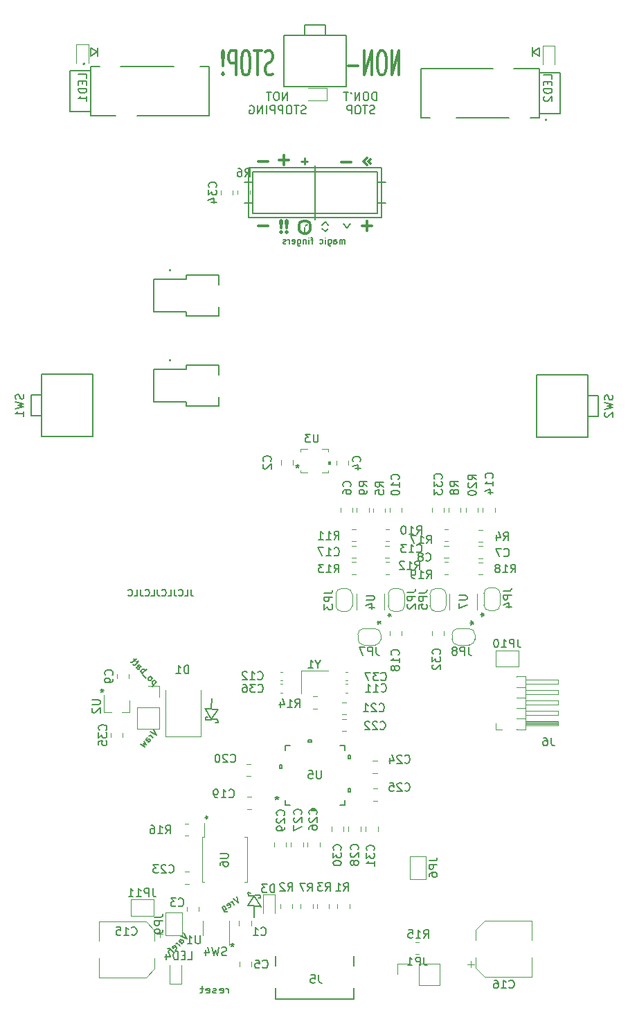
<source format=gbr>
%TF.GenerationSoftware,KiCad,Pcbnew,(5.1.9-0-10_14)*%
%TF.CreationDate,2023-01-12T12:26:04-08:00*%
%TF.ProjectId,integrator,696e7465-6772-4617-946f-722e6b696361,rev?*%
%TF.SameCoordinates,Original*%
%TF.FileFunction,Legend,Bot*%
%TF.FilePolarity,Positive*%
%FSLAX46Y46*%
G04 Gerber Fmt 4.6, Leading zero omitted, Abs format (unit mm)*
G04 Created by KiCad (PCBNEW (5.1.9-0-10_14)) date 2023-01-12 12:26:04*
%MOMM*%
%LPD*%
G01*
G04 APERTURE LIST*
%ADD10C,0.150000*%
%ADD11C,0.127000*%
%ADD12C,0.250000*%
%ADD13C,0.131000*%
%ADD14C,0.181000*%
%ADD15C,0.204800*%
%ADD16C,0.304800*%
%ADD17C,0.152400*%
%ADD18C,0.375000*%
%ADD19C,0.120000*%
%ADD20C,0.200000*%
%ADD21C,0.100000*%
G04 APERTURE END LIST*
D10*
X150667476Y-51235380D02*
X150667476Y-50235380D01*
X150096047Y-51235380D01*
X150096047Y-50235380D01*
X149429380Y-50235380D02*
X149238904Y-50235380D01*
X149143666Y-50283000D01*
X149048428Y-50378238D01*
X149000809Y-50568714D01*
X149000809Y-50902047D01*
X149048428Y-51092523D01*
X149143666Y-51187761D01*
X149238904Y-51235380D01*
X149429380Y-51235380D01*
X149524619Y-51187761D01*
X149619857Y-51092523D01*
X149667476Y-50902047D01*
X149667476Y-50568714D01*
X149619857Y-50378238D01*
X149524619Y-50283000D01*
X149429380Y-50235380D01*
X148715095Y-50235380D02*
X148143666Y-50235380D01*
X148429380Y-51235380D02*
X148429380Y-50235380D01*
X152929380Y-52837761D02*
X152786523Y-52885380D01*
X152548428Y-52885380D01*
X152453190Y-52837761D01*
X152405571Y-52790142D01*
X152357952Y-52694904D01*
X152357952Y-52599666D01*
X152405571Y-52504428D01*
X152453190Y-52456809D01*
X152548428Y-52409190D01*
X152738904Y-52361571D01*
X152834142Y-52313952D01*
X152881761Y-52266333D01*
X152929380Y-52171095D01*
X152929380Y-52075857D01*
X152881761Y-51980619D01*
X152834142Y-51933000D01*
X152738904Y-51885380D01*
X152500809Y-51885380D01*
X152357952Y-51933000D01*
X152072238Y-51885380D02*
X151500809Y-51885380D01*
X151786523Y-52885380D02*
X151786523Y-51885380D01*
X150977000Y-51885380D02*
X150786523Y-51885380D01*
X150691285Y-51933000D01*
X150596047Y-52028238D01*
X150548428Y-52218714D01*
X150548428Y-52552047D01*
X150596047Y-52742523D01*
X150691285Y-52837761D01*
X150786523Y-52885380D01*
X150977000Y-52885380D01*
X151072238Y-52837761D01*
X151167476Y-52742523D01*
X151215095Y-52552047D01*
X151215095Y-52218714D01*
X151167476Y-52028238D01*
X151072238Y-51933000D01*
X150977000Y-51885380D01*
X150119857Y-52885380D02*
X150119857Y-51885380D01*
X149738904Y-51885380D01*
X149643666Y-51933000D01*
X149596047Y-51980619D01*
X149548428Y-52075857D01*
X149548428Y-52218714D01*
X149596047Y-52313952D01*
X149643666Y-52361571D01*
X149738904Y-52409190D01*
X150119857Y-52409190D01*
X149119857Y-52885380D02*
X149119857Y-51885380D01*
X148738904Y-51885380D01*
X148643666Y-51933000D01*
X148596047Y-51980619D01*
X148548428Y-52075857D01*
X148548428Y-52218714D01*
X148596047Y-52313952D01*
X148643666Y-52361571D01*
X148738904Y-52409190D01*
X149119857Y-52409190D01*
X148119857Y-52885380D02*
X148119857Y-51885380D01*
X147643666Y-52885380D02*
X147643666Y-51885380D01*
X147072238Y-52885380D01*
X147072238Y-51885380D01*
X146072238Y-51933000D02*
X146167476Y-51885380D01*
X146310333Y-51885380D01*
X146453190Y-51933000D01*
X146548428Y-52028238D01*
X146596047Y-52123476D01*
X146643666Y-52313952D01*
X146643666Y-52456809D01*
X146596047Y-52647285D01*
X146548428Y-52742523D01*
X146453190Y-52837761D01*
X146310333Y-52885380D01*
X146215095Y-52885380D01*
X146072238Y-52837761D01*
X146024619Y-52790142D01*
X146024619Y-52456809D01*
X146215095Y-52456809D01*
X161565571Y-51235380D02*
X161565571Y-50235380D01*
X161327476Y-50235380D01*
X161184619Y-50283000D01*
X161089380Y-50378238D01*
X161041761Y-50473476D01*
X160994142Y-50663952D01*
X160994142Y-50806809D01*
X161041761Y-50997285D01*
X161089380Y-51092523D01*
X161184619Y-51187761D01*
X161327476Y-51235380D01*
X161565571Y-51235380D01*
X160375095Y-50235380D02*
X160184619Y-50235380D01*
X160089380Y-50283000D01*
X159994142Y-50378238D01*
X159946523Y-50568714D01*
X159946523Y-50902047D01*
X159994142Y-51092523D01*
X160089380Y-51187761D01*
X160184619Y-51235380D01*
X160375095Y-51235380D01*
X160470333Y-51187761D01*
X160565571Y-51092523D01*
X160613190Y-50902047D01*
X160613190Y-50568714D01*
X160565571Y-50378238D01*
X160470333Y-50283000D01*
X160375095Y-50235380D01*
X159517952Y-51235380D02*
X159517952Y-50235380D01*
X158946523Y-51235380D01*
X158946523Y-50235380D01*
X158422714Y-50235380D02*
X158422714Y-50283000D01*
X158470333Y-50378238D01*
X158517952Y-50425857D01*
X158137000Y-50235380D02*
X157565571Y-50235380D01*
X157851285Y-51235380D02*
X157851285Y-50235380D01*
X161327476Y-52837761D02*
X161184619Y-52885380D01*
X160946523Y-52885380D01*
X160851285Y-52837761D01*
X160803666Y-52790142D01*
X160756047Y-52694904D01*
X160756047Y-52599666D01*
X160803666Y-52504428D01*
X160851285Y-52456809D01*
X160946523Y-52409190D01*
X161137000Y-52361571D01*
X161232238Y-52313952D01*
X161279857Y-52266333D01*
X161327476Y-52171095D01*
X161327476Y-52075857D01*
X161279857Y-51980619D01*
X161232238Y-51933000D01*
X161137000Y-51885380D01*
X160898904Y-51885380D01*
X160756047Y-51933000D01*
X160470333Y-51885380D02*
X159898904Y-51885380D01*
X160184619Y-52885380D02*
X160184619Y-51885380D01*
X159375095Y-51885380D02*
X159184619Y-51885380D01*
X159089380Y-51933000D01*
X158994142Y-52028238D01*
X158946523Y-52218714D01*
X158946523Y-52552047D01*
X158994142Y-52742523D01*
X159089380Y-52837761D01*
X159184619Y-52885380D01*
X159375095Y-52885380D01*
X159470333Y-52837761D01*
X159565571Y-52742523D01*
X159613190Y-52552047D01*
X159613190Y-52218714D01*
X159565571Y-52028238D01*
X159470333Y-51933000D01*
X159375095Y-51885380D01*
X158517952Y-52885380D02*
X158517952Y-51885380D01*
X158137000Y-51885380D01*
X158041761Y-51933000D01*
X157994142Y-51980619D01*
X157946523Y-52075857D01*
X157946523Y-52218714D01*
X157994142Y-52313952D01*
X158041761Y-52361571D01*
X158137000Y-52409190D01*
X158517952Y-52409190D01*
D11*
X134674327Y-122319406D02*
X134135512Y-122858222D01*
X134648669Y-122345064D02*
X134623012Y-122268091D01*
X134520380Y-122165459D01*
X134443406Y-122139801D01*
X134392091Y-122139801D01*
X134315117Y-122165459D01*
X134161170Y-122319406D01*
X134135512Y-122396380D01*
X134135512Y-122447696D01*
X134161170Y-122524669D01*
X134263801Y-122627301D01*
X134340775Y-122652959D01*
X133750644Y-122114143D02*
X133827617Y-122139801D01*
X133878933Y-122139801D01*
X133955907Y-122114143D01*
X134109854Y-121960196D01*
X134135512Y-121883223D01*
X134135512Y-121831907D01*
X134109854Y-121754933D01*
X134032880Y-121677960D01*
X133955907Y-121652302D01*
X133904591Y-121652302D01*
X133827617Y-121677960D01*
X133673670Y-121831907D01*
X133648012Y-121908880D01*
X133648012Y-121960196D01*
X133673670Y-122037170D01*
X133750644Y-122114143D01*
X133417091Y-121883223D02*
X133006565Y-121472697D01*
X132929592Y-121293091D02*
X133468407Y-120754276D01*
X133263144Y-120959539D02*
X133237486Y-120882565D01*
X133134855Y-120779934D01*
X133057881Y-120754276D01*
X133006565Y-120754276D01*
X132929592Y-120779934D01*
X132775645Y-120933881D01*
X132749987Y-121010855D01*
X132749987Y-121062171D01*
X132775645Y-121139144D01*
X132878276Y-121241776D01*
X132955250Y-121267434D01*
X132211171Y-120574671D02*
X132493408Y-120292434D01*
X132570382Y-120266776D01*
X132647355Y-120292434D01*
X132749987Y-120395066D01*
X132775645Y-120472039D01*
X132236829Y-120549013D02*
X132262487Y-120625987D01*
X132390776Y-120754276D01*
X132467750Y-120779934D01*
X132544724Y-120754276D01*
X132596039Y-120702960D01*
X132621697Y-120625987D01*
X132596039Y-120549013D01*
X132467750Y-120420724D01*
X132442092Y-120343750D01*
X132390776Y-120035856D02*
X132185513Y-119830593D01*
X132493408Y-119779277D02*
X132031566Y-120241119D01*
X131954593Y-120266776D01*
X131877619Y-120241119D01*
X131826303Y-120189803D01*
X132082882Y-119727961D02*
X131877619Y-119522698D01*
X132185513Y-119471382D02*
X131723672Y-119933224D01*
X131646698Y-119958882D01*
X131569724Y-119933224D01*
X131518409Y-119881908D01*
X134276302Y-128057566D02*
X134635512Y-128775987D01*
X133917091Y-128416776D01*
X134276302Y-129135197D02*
X133917091Y-128775987D01*
X134019723Y-128878618D02*
X133942749Y-128852960D01*
X133891434Y-128852960D01*
X133814460Y-128878618D01*
X133763144Y-128929934D01*
X133711828Y-129699670D02*
X133429592Y-129417434D01*
X133403934Y-129340460D01*
X133429592Y-129263486D01*
X133532223Y-129160855D01*
X133609197Y-129135197D01*
X133686171Y-129674012D02*
X133763144Y-129648354D01*
X133891434Y-129520065D01*
X133917091Y-129443091D01*
X133891434Y-129366118D01*
X133840118Y-129314802D01*
X133763144Y-129289144D01*
X133686171Y-129314802D01*
X133557881Y-129443091D01*
X133480908Y-129468749D01*
X133147355Y-129545723D02*
X133403934Y-130007565D01*
X133044724Y-129853617D01*
X133198671Y-130212828D01*
X132736829Y-129956249D01*
X138003933Y-152979935D02*
X138363143Y-153698355D01*
X137644723Y-153339145D01*
X137773012Y-154288486D02*
X137490776Y-154006250D01*
X137465118Y-153929276D01*
X137490776Y-153852302D01*
X137593407Y-153749671D01*
X137670381Y-153724013D01*
X137747354Y-154262828D02*
X137824328Y-154237171D01*
X137952617Y-154108881D01*
X137978275Y-154031908D01*
X137952617Y-153954934D01*
X137901302Y-153903618D01*
X137824328Y-153877960D01*
X137747354Y-153903618D01*
X137619065Y-154031908D01*
X137542091Y-154057565D01*
X137516434Y-154545065D02*
X137157223Y-154185855D01*
X137259855Y-154288486D02*
X137182881Y-154262828D01*
X137131565Y-154262828D01*
X137054592Y-154288486D01*
X137003276Y-154339802D01*
X136951960Y-155058223D02*
X137028934Y-155032565D01*
X137131565Y-154929933D01*
X137157223Y-154852960D01*
X137131565Y-154775986D01*
X136926302Y-154570723D01*
X136849329Y-154545065D01*
X136772355Y-154570723D01*
X136669724Y-154673354D01*
X136644066Y-154750328D01*
X136669724Y-154827302D01*
X136721039Y-154878617D01*
X137028934Y-154673354D01*
X136438803Y-154904275D02*
X136233540Y-155109538D01*
X136721039Y-155340459D02*
X136259198Y-154878617D01*
X136182224Y-154852960D01*
X136105250Y-154878617D01*
X136053935Y-154929933D01*
X144470936Y-148508048D02*
X144631965Y-149294959D01*
X144030995Y-148762048D01*
X144192024Y-149548959D02*
X143938024Y-149109018D01*
X144010596Y-149234716D02*
X143942886Y-149190010D01*
X143893319Y-149176729D01*
X143812327Y-149181590D01*
X143749478Y-149217876D01*
X143513970Y-149898535D02*
X143594962Y-149893674D01*
X143720659Y-149821102D01*
X143765365Y-149753392D01*
X143760504Y-149672401D01*
X143615361Y-149421006D01*
X143547651Y-149376300D01*
X143466659Y-149381161D01*
X143340962Y-149453733D01*
X143296256Y-149521443D01*
X143301117Y-149602434D01*
X143337403Y-149665283D01*
X143687932Y-149546703D01*
X142681050Y-149834733D02*
X142989479Y-150368947D01*
X143057189Y-150413653D01*
X143106756Y-150426934D01*
X143187748Y-150422073D01*
X143282021Y-150367644D01*
X143326727Y-150299934D01*
X142916908Y-150243249D02*
X142997899Y-150238388D01*
X143123597Y-150165817D01*
X143168302Y-150098106D01*
X143181584Y-150048539D01*
X143176723Y-149967548D01*
X143067865Y-149779002D01*
X143000155Y-149734296D01*
X142950588Y-149721014D01*
X142869597Y-149725876D01*
X142743899Y-149798447D01*
X142699193Y-149866157D01*
X147449000Y-149800000D02*
X146649000Y-148450000D01*
X146649000Y-148450000D02*
X145849000Y-149650000D01*
X145849000Y-149650000D02*
X147399000Y-149750000D01*
X147399000Y-148400000D02*
X145899000Y-148450000D01*
X146649000Y-149750000D02*
X146599000Y-151050000D01*
X147399000Y-148400000D02*
X147399000Y-148750000D01*
X147399000Y-148750000D02*
X147149000Y-148750000D01*
X145899000Y-148450000D02*
X145849000Y-148050000D01*
X145849000Y-148050000D02*
X146149000Y-148100000D01*
D10*
X128024000Y-123177380D02*
X128024000Y-123415476D01*
X128262095Y-123320238D02*
X128024000Y-123415476D01*
X127785904Y-123320238D01*
X128166857Y-123605952D02*
X128024000Y-123415476D01*
X127881142Y-123605952D01*
X143949000Y-154202380D02*
X143949000Y-154440476D01*
X144187095Y-154345238D02*
X143949000Y-154440476D01*
X143710904Y-154345238D01*
X144091857Y-154630952D02*
X143949000Y-154440476D01*
X143806142Y-154630952D01*
D12*
X153129952Y-58671428D02*
X152368047Y-58671428D01*
X152749000Y-59052380D02*
X152749000Y-58290476D01*
D13*
X154936142Y-66462285D02*
X155299000Y-66112952D01*
X155661857Y-66462285D01*
D14*
X157522428Y-66324190D02*
X157957857Y-66875809D01*
X158393285Y-66324190D01*
D13*
X155661857Y-66887714D02*
X155299000Y-67237047D01*
X154936142Y-66887714D01*
X152799000Y-67461714D02*
X152799000Y-66713142D01*
D15*
X153094142Y-66392857D02*
X152876428Y-66610571D01*
D16*
X152989476Y-65965428D02*
X152608523Y-65965428D01*
X152418047Y-66038000D01*
X152227571Y-66183142D01*
X152132333Y-66473428D01*
X152132333Y-66981428D01*
X152227571Y-67271714D01*
X152418047Y-67416857D01*
X152608523Y-67489428D01*
X152989476Y-67489428D01*
X153179952Y-67416857D01*
X153370428Y-67271714D01*
X153465666Y-66981428D01*
X153465666Y-66473428D01*
X153370428Y-66183142D01*
X153179952Y-66038000D01*
X152989476Y-65965428D01*
X150611857Y-67294285D02*
X150539285Y-67366857D01*
X150611857Y-67439428D01*
X150684428Y-67366857D01*
X150611857Y-67294285D01*
X150611857Y-67439428D01*
X150611857Y-66858857D02*
X150684428Y-65988000D01*
X150611857Y-65915428D01*
X150539285Y-65988000D01*
X150611857Y-66858857D01*
X150611857Y-65915428D01*
X149886142Y-67294285D02*
X149813571Y-67366857D01*
X149886142Y-67439428D01*
X149958714Y-67366857D01*
X149886142Y-67294285D01*
X149886142Y-67439428D01*
X149886142Y-66858857D02*
X149958714Y-65988000D01*
X149886142Y-65915428D01*
X149813571Y-65988000D01*
X149886142Y-66858857D01*
X149886142Y-65915428D01*
X160399000Y-58273428D02*
X159963571Y-58708857D01*
X160399000Y-59144285D01*
X160834428Y-58999142D02*
X160544142Y-58708857D01*
X160834428Y-58418571D01*
D10*
X138894238Y-111011904D02*
X138894238Y-111583333D01*
X138932333Y-111697619D01*
X139008523Y-111773809D01*
X139122809Y-111811904D01*
X139199000Y-111811904D01*
X138132333Y-111811904D02*
X138513285Y-111811904D01*
X138513285Y-111011904D01*
X137408523Y-111735714D02*
X137446619Y-111773809D01*
X137560904Y-111811904D01*
X137637095Y-111811904D01*
X137751380Y-111773809D01*
X137827571Y-111697619D01*
X137865666Y-111621428D01*
X137903761Y-111469047D01*
X137903761Y-111354761D01*
X137865666Y-111202380D01*
X137827571Y-111126190D01*
X137751380Y-111050000D01*
X137637095Y-111011904D01*
X137560904Y-111011904D01*
X137446619Y-111050000D01*
X137408523Y-111088095D01*
X136837095Y-111011904D02*
X136837095Y-111583333D01*
X136875190Y-111697619D01*
X136951380Y-111773809D01*
X137065666Y-111811904D01*
X137141857Y-111811904D01*
X136075190Y-111811904D02*
X136456142Y-111811904D01*
X136456142Y-111011904D01*
X135351380Y-111735714D02*
X135389476Y-111773809D01*
X135503761Y-111811904D01*
X135579952Y-111811904D01*
X135694238Y-111773809D01*
X135770428Y-111697619D01*
X135808523Y-111621428D01*
X135846619Y-111469047D01*
X135846619Y-111354761D01*
X135808523Y-111202380D01*
X135770428Y-111126190D01*
X135694238Y-111050000D01*
X135579952Y-111011904D01*
X135503761Y-111011904D01*
X135389476Y-111050000D01*
X135351380Y-111088095D01*
X134779952Y-111011904D02*
X134779952Y-111583333D01*
X134818047Y-111697619D01*
X134894238Y-111773809D01*
X135008523Y-111811904D01*
X135084714Y-111811904D01*
X134018047Y-111811904D02*
X134399000Y-111811904D01*
X134399000Y-111011904D01*
X133294238Y-111735714D02*
X133332333Y-111773809D01*
X133446619Y-111811904D01*
X133522809Y-111811904D01*
X133637095Y-111773809D01*
X133713285Y-111697619D01*
X133751380Y-111621428D01*
X133789476Y-111469047D01*
X133789476Y-111354761D01*
X133751380Y-111202380D01*
X133713285Y-111126190D01*
X133637095Y-111050000D01*
X133522809Y-111011904D01*
X133446619Y-111011904D01*
X133332333Y-111050000D01*
X133294238Y-111088095D01*
X132722809Y-111011904D02*
X132722809Y-111583333D01*
X132760904Y-111697619D01*
X132837095Y-111773809D01*
X132951380Y-111811904D01*
X133027571Y-111811904D01*
X131960904Y-111811904D02*
X132341857Y-111811904D01*
X132341857Y-111011904D01*
X131237095Y-111735714D02*
X131275190Y-111773809D01*
X131389476Y-111811904D01*
X131465666Y-111811904D01*
X131579952Y-111773809D01*
X131656142Y-111697619D01*
X131694238Y-111621428D01*
X131732333Y-111469047D01*
X131732333Y-111354761D01*
X131694238Y-111202380D01*
X131656142Y-111126190D01*
X131579952Y-111050000D01*
X131465666Y-111011904D01*
X131389476Y-111011904D01*
X131275190Y-111050000D01*
X131237095Y-111088095D01*
D16*
X148279571Y-66558857D02*
X147118428Y-66558857D01*
X148279571Y-58708857D02*
X147118428Y-58708857D01*
X158429571Y-58758857D02*
X157268428Y-58758857D01*
X150829571Y-58558857D02*
X149668428Y-58558857D01*
X150249000Y-59139428D02*
X150249000Y-57978285D01*
X160979571Y-66558857D02*
X159818428Y-66558857D01*
X160399000Y-67139428D02*
X160399000Y-65978285D01*
D11*
X127441000Y-45300000D02*
X126591000Y-44800000D01*
X126591000Y-45800000D02*
X127391000Y-45300000D01*
X126591000Y-44800000D02*
X126591000Y-45800000D01*
X127441000Y-44800000D02*
X127441000Y-45850000D01*
X180657000Y-45300000D02*
X181507000Y-45800000D01*
X181507000Y-44800000D02*
X180707000Y-45300000D01*
X181507000Y-45800000D02*
X181507000Y-44800000D01*
X180657000Y-45800000D02*
X180657000Y-44750000D01*
X142199000Y-127300000D02*
X141899000Y-127250000D01*
X142149000Y-126900000D02*
X142199000Y-127300000D01*
X140649000Y-126600000D02*
X140899000Y-126600000D01*
X140649000Y-126950000D02*
X140649000Y-126600000D01*
X141399000Y-125600000D02*
X141449000Y-124300000D01*
X140649000Y-126950000D02*
X142149000Y-126900000D01*
X142199000Y-125700000D02*
X140649000Y-125600000D01*
X141399000Y-126900000D02*
X142199000Y-125700000D01*
X140599000Y-125550000D02*
X141399000Y-126900000D01*
D17*
X143443952Y-160319142D02*
X143443952Y-159775142D01*
X143443952Y-159930571D02*
X143395571Y-159852857D01*
X143347190Y-159814000D01*
X143250428Y-159775142D01*
X143153666Y-159775142D01*
X142427952Y-160280285D02*
X142524714Y-160319142D01*
X142718238Y-160319142D01*
X142815000Y-160280285D01*
X142863380Y-160202571D01*
X142863380Y-159891714D01*
X142815000Y-159814000D01*
X142718238Y-159775142D01*
X142524714Y-159775142D01*
X142427952Y-159814000D01*
X142379571Y-159891714D01*
X142379571Y-159969428D01*
X142863380Y-160047142D01*
X141992523Y-160280285D02*
X141895761Y-160319142D01*
X141702238Y-160319142D01*
X141605476Y-160280285D01*
X141557095Y-160202571D01*
X141557095Y-160163714D01*
X141605476Y-160086000D01*
X141702238Y-160047142D01*
X141847380Y-160047142D01*
X141944142Y-160008285D01*
X141992523Y-159930571D01*
X141992523Y-159891714D01*
X141944142Y-159814000D01*
X141847380Y-159775142D01*
X141702238Y-159775142D01*
X141605476Y-159814000D01*
X140734619Y-160280285D02*
X140831380Y-160319142D01*
X141024904Y-160319142D01*
X141121666Y-160280285D01*
X141170047Y-160202571D01*
X141170047Y-159891714D01*
X141121666Y-159814000D01*
X141024904Y-159775142D01*
X140831380Y-159775142D01*
X140734619Y-159814000D01*
X140686238Y-159891714D01*
X140686238Y-159969428D01*
X141170047Y-160047142D01*
X140395952Y-159775142D02*
X140008904Y-159775142D01*
X140250809Y-159503142D02*
X140250809Y-160202571D01*
X140202428Y-160280285D01*
X140105666Y-160319142D01*
X140008904Y-160319142D01*
D18*
X164340068Y-48157142D02*
X164340068Y-45157142D01*
X163425782Y-48157142D01*
X163425782Y-45157142D01*
X162359116Y-45157142D02*
X162054354Y-45157142D01*
X161901973Y-45300000D01*
X161749592Y-45585714D01*
X161673401Y-46157142D01*
X161673401Y-47157142D01*
X161749592Y-47728571D01*
X161901973Y-48014285D01*
X162054354Y-48157142D01*
X162359116Y-48157142D01*
X162511496Y-48014285D01*
X162663877Y-47728571D01*
X162740068Y-47157142D01*
X162740068Y-46157142D01*
X162663877Y-45585714D01*
X162511496Y-45300000D01*
X162359116Y-45157142D01*
X160987687Y-48157142D02*
X160987687Y-45157142D01*
X160073401Y-48157142D01*
X160073401Y-45157142D01*
X159311496Y-47014285D02*
X158092449Y-47014285D01*
X148873401Y-48014285D02*
X148644830Y-48157142D01*
X148263877Y-48157142D01*
X148111496Y-48014285D01*
X148035306Y-47871428D01*
X147959115Y-47585714D01*
X147959115Y-47300000D01*
X148035306Y-47014285D01*
X148111496Y-46871428D01*
X148263877Y-46728571D01*
X148568639Y-46585714D01*
X148721020Y-46442857D01*
X148797211Y-46300000D01*
X148873401Y-46014285D01*
X148873401Y-45728571D01*
X148797211Y-45442857D01*
X148721020Y-45300000D01*
X148568639Y-45157142D01*
X148187687Y-45157142D01*
X147959115Y-45300000D01*
X147501973Y-45157142D02*
X146587687Y-45157142D01*
X147044830Y-48157142D02*
X147044830Y-45157142D01*
X145749592Y-45157142D02*
X145444830Y-45157142D01*
X145292449Y-45300000D01*
X145140068Y-45585714D01*
X145063877Y-46157142D01*
X145063877Y-47157142D01*
X145140068Y-47728571D01*
X145292449Y-48014285D01*
X145444830Y-48157142D01*
X145749592Y-48157142D01*
X145901973Y-48014285D01*
X146054354Y-47728571D01*
X146130544Y-47157142D01*
X146130544Y-46157142D01*
X146054354Y-45585714D01*
X145901973Y-45300000D01*
X145749592Y-45157142D01*
X144378163Y-48157142D02*
X144378163Y-45157142D01*
X143768639Y-45157142D01*
X143616258Y-45300000D01*
X143540068Y-45442857D01*
X143463877Y-45728571D01*
X143463877Y-46157142D01*
X143540068Y-46442857D01*
X143616258Y-46585714D01*
X143768639Y-46728571D01*
X144378163Y-46728571D01*
X142778163Y-47871428D02*
X142701973Y-48014285D01*
X142778163Y-48157142D01*
X142854354Y-48014285D01*
X142778163Y-47871428D01*
X142778163Y-48157142D01*
X142778163Y-47014285D02*
X142854354Y-45300000D01*
X142778163Y-45157142D01*
X142701973Y-45300000D01*
X142778163Y-47014285D01*
X142778163Y-45157142D01*
D11*
X157722714Y-68744714D02*
X157722714Y-68236714D01*
X157722714Y-68309285D02*
X157686428Y-68273000D01*
X157613857Y-68236714D01*
X157505000Y-68236714D01*
X157432428Y-68273000D01*
X157396142Y-68345571D01*
X157396142Y-68744714D01*
X157396142Y-68345571D02*
X157359857Y-68273000D01*
X157287285Y-68236714D01*
X157178428Y-68236714D01*
X157105857Y-68273000D01*
X157069571Y-68345571D01*
X157069571Y-68744714D01*
X156380142Y-68744714D02*
X156380142Y-68345571D01*
X156416428Y-68273000D01*
X156489000Y-68236714D01*
X156634142Y-68236714D01*
X156706714Y-68273000D01*
X156380142Y-68708428D02*
X156452714Y-68744714D01*
X156634142Y-68744714D01*
X156706714Y-68708428D01*
X156743000Y-68635857D01*
X156743000Y-68563285D01*
X156706714Y-68490714D01*
X156634142Y-68454428D01*
X156452714Y-68454428D01*
X156380142Y-68418142D01*
X155690714Y-68236714D02*
X155690714Y-68853571D01*
X155727000Y-68926142D01*
X155763285Y-68962428D01*
X155835857Y-68998714D01*
X155944714Y-68998714D01*
X156017285Y-68962428D01*
X155690714Y-68708428D02*
X155763285Y-68744714D01*
X155908428Y-68744714D01*
X155981000Y-68708428D01*
X156017285Y-68672142D01*
X156053571Y-68599571D01*
X156053571Y-68381857D01*
X156017285Y-68309285D01*
X155981000Y-68273000D01*
X155908428Y-68236714D01*
X155763285Y-68236714D01*
X155690714Y-68273000D01*
X155327857Y-68744714D02*
X155327857Y-68236714D01*
X155327857Y-67982714D02*
X155364142Y-68019000D01*
X155327857Y-68055285D01*
X155291571Y-68019000D01*
X155327857Y-67982714D01*
X155327857Y-68055285D01*
X154638428Y-68708428D02*
X154711000Y-68744714D01*
X154856142Y-68744714D01*
X154928714Y-68708428D01*
X154965000Y-68672142D01*
X155001285Y-68599571D01*
X155001285Y-68381857D01*
X154965000Y-68309285D01*
X154928714Y-68273000D01*
X154856142Y-68236714D01*
X154711000Y-68236714D01*
X154638428Y-68273000D01*
X153840142Y-68236714D02*
X153549857Y-68236714D01*
X153731285Y-68744714D02*
X153731285Y-68091571D01*
X153695000Y-68019000D01*
X153622428Y-67982714D01*
X153549857Y-67982714D01*
X153295857Y-68744714D02*
X153295857Y-68236714D01*
X153295857Y-67982714D02*
X153332142Y-68019000D01*
X153295857Y-68055285D01*
X153259571Y-68019000D01*
X153295857Y-67982714D01*
X153295857Y-68055285D01*
X152933000Y-68236714D02*
X152933000Y-68744714D01*
X152933000Y-68309285D02*
X152896714Y-68273000D01*
X152824142Y-68236714D01*
X152715285Y-68236714D01*
X152642714Y-68273000D01*
X152606428Y-68345571D01*
X152606428Y-68744714D01*
X151917000Y-68236714D02*
X151917000Y-68853571D01*
X151953285Y-68926142D01*
X151989571Y-68962428D01*
X152062142Y-68998714D01*
X152171000Y-68998714D01*
X152243571Y-68962428D01*
X151917000Y-68708428D02*
X151989571Y-68744714D01*
X152134714Y-68744714D01*
X152207285Y-68708428D01*
X152243571Y-68672142D01*
X152279857Y-68599571D01*
X152279857Y-68381857D01*
X152243571Y-68309285D01*
X152207285Y-68273000D01*
X152134714Y-68236714D01*
X151989571Y-68236714D01*
X151917000Y-68273000D01*
X151263857Y-68708428D02*
X151336428Y-68744714D01*
X151481571Y-68744714D01*
X151554142Y-68708428D01*
X151590428Y-68635857D01*
X151590428Y-68345571D01*
X151554142Y-68273000D01*
X151481571Y-68236714D01*
X151336428Y-68236714D01*
X151263857Y-68273000D01*
X151227571Y-68345571D01*
X151227571Y-68418142D01*
X151590428Y-68490714D01*
X150901000Y-68744714D02*
X150901000Y-68236714D01*
X150901000Y-68381857D02*
X150864714Y-68309285D01*
X150828428Y-68273000D01*
X150755857Y-68236714D01*
X150683285Y-68236714D01*
X150465571Y-68708428D02*
X150393000Y-68744714D01*
X150247857Y-68744714D01*
X150175285Y-68708428D01*
X150139000Y-68635857D01*
X150139000Y-68599571D01*
X150175285Y-68527000D01*
X150247857Y-68490714D01*
X150356714Y-68490714D01*
X150429285Y-68454428D01*
X150465571Y-68381857D01*
X150465571Y-68345571D01*
X150429285Y-68273000D01*
X150356714Y-68236714D01*
X150247857Y-68236714D01*
X150175285Y-68273000D01*
D19*
%TO.C,J7*%
X134979000Y-128045000D02*
X132319000Y-128045000D01*
X134979000Y-125445000D02*
X134979000Y-128045000D01*
X132319000Y-125445000D02*
X132319000Y-128045000D01*
X134979000Y-125445000D02*
X132319000Y-125445000D01*
X134979000Y-124175000D02*
X134979000Y-122845000D01*
X134979000Y-122845000D02*
X133649000Y-122845000D01*
%TO.C,J6*%
X178659000Y-128019677D02*
X178659000Y-128095000D01*
X178659000Y-128095000D02*
X179779000Y-128095000D01*
X179779000Y-128095000D02*
X179779000Y-121625000D01*
X179779000Y-121625000D02*
X178659000Y-121625000D01*
X178659000Y-121625000D02*
X178659000Y-121700323D01*
X179779000Y-127660000D02*
X183779000Y-127660000D01*
X183779000Y-127660000D02*
X183779000Y-127140000D01*
X183779000Y-127140000D02*
X179779000Y-127140000D01*
X179779000Y-127600000D02*
X183779000Y-127600000D01*
X179779000Y-127480000D02*
X183779000Y-127480000D01*
X179779000Y-127360000D02*
X183779000Y-127360000D01*
X179779000Y-127240000D02*
X183779000Y-127240000D01*
X178659000Y-126765000D02*
X179779000Y-126765000D01*
X178659000Y-126780323D02*
X178659000Y-126749677D01*
X179779000Y-126390000D02*
X183779000Y-126390000D01*
X183779000Y-126390000D02*
X183779000Y-125870000D01*
X183779000Y-125870000D02*
X179779000Y-125870000D01*
X178659000Y-125495000D02*
X179779000Y-125495000D01*
X178659000Y-125510323D02*
X178659000Y-125479677D01*
X179779000Y-125120000D02*
X183779000Y-125120000D01*
X183779000Y-125120000D02*
X183779000Y-124600000D01*
X183779000Y-124600000D02*
X179779000Y-124600000D01*
X178659000Y-124225000D02*
X179779000Y-124225000D01*
X178659000Y-124240323D02*
X178659000Y-124209677D01*
X179779000Y-123850000D02*
X183779000Y-123850000D01*
X183779000Y-123850000D02*
X183779000Y-123330000D01*
X183779000Y-123330000D02*
X179779000Y-123330000D01*
X178659000Y-122955000D02*
X179779000Y-122955000D01*
X178659000Y-122970323D02*
X178659000Y-122939677D01*
X179779000Y-122580000D02*
X183779000Y-122580000D01*
X183779000Y-122580000D02*
X183779000Y-122060000D01*
X183779000Y-122060000D02*
X179779000Y-122060000D01*
X176189000Y-127400000D02*
X176189000Y-128160000D01*
X176189000Y-128160000D02*
X176949000Y-128160000D01*
%TO.C,U7*%
X170522600Y-113477900D02*
X170522600Y-111522100D01*
X173875400Y-111522100D02*
X173875400Y-113477900D01*
%TO.C,U4*%
X159172600Y-113507900D02*
X159172600Y-111552100D01*
X162525400Y-111552100D02*
X162525400Y-113507900D01*
%TO.C,U1*%
X143559000Y-151500000D02*
X143559000Y-154450000D01*
X140339000Y-153300000D02*
X140339000Y-151500000D01*
%TO.C,D1*%
X140049000Y-129000000D02*
X140049000Y-123300000D01*
X135749000Y-129000000D02*
X135749000Y-123300000D01*
X140049000Y-129000000D02*
X135749000Y-129000000D01*
%TO.C,U2*%
X131404000Y-126035000D02*
X131404000Y-124575000D01*
X128244000Y-126035000D02*
X128244000Y-123875000D01*
X128244000Y-126035000D02*
X129174000Y-126035000D01*
X131404000Y-126035000D02*
X130474000Y-126035000D01*
%TO.C,C37*%
X157758420Y-121090000D02*
X158039580Y-121090000D01*
X157758420Y-122110000D02*
X158039580Y-122110000D01*
%TO.C,C36*%
X149808420Y-122590000D02*
X150089580Y-122590000D01*
X149808420Y-123610000D02*
X150089580Y-123610000D01*
%TO.C,C35*%
X130559000Y-128563748D02*
X130559000Y-129086252D01*
X129089000Y-128563748D02*
X129089000Y-129086252D01*
%TO.C,C9*%
X131309000Y-121363748D02*
X131309000Y-121886252D01*
X129839000Y-121363748D02*
X129839000Y-121886252D01*
%TO.C,C1*%
X144764000Y-152061252D02*
X144764000Y-151538748D01*
X146234000Y-152061252D02*
X146234000Y-151538748D01*
D11*
%TO.C,J1*%
X124100000Y-47600000D02*
X126600000Y-47600000D01*
X124100000Y-52600000D02*
X124100000Y-47600000D01*
X126600000Y-52600000D02*
X124100000Y-52600000D01*
X140000000Y-47100000D02*
X141100000Y-47100000D01*
D20*
X125900000Y-46800000D02*
G75*
G03*
X125900000Y-46800000I-100000J0D01*
G01*
D11*
X130300000Y-47100000D02*
X136800000Y-47100000D01*
X126600000Y-47100000D02*
X127700000Y-47100000D01*
X141100000Y-53100000D02*
X141100000Y-47100000D01*
X132300000Y-53100000D02*
X141100000Y-53100000D01*
X126600000Y-53100000D02*
X129700000Y-53100000D01*
X126600000Y-52600000D02*
X126600000Y-53100000D01*
X126600000Y-47600000D02*
X126600000Y-52600000D01*
X126600000Y-47100000D02*
X126600000Y-47600000D01*
D19*
%TO.C,LED1*%
X124864000Y-46700000D02*
X124864000Y-44415000D01*
X124864000Y-44415000D02*
X126334000Y-44415000D01*
X126334000Y-44415000D02*
X126334000Y-46700000D01*
D11*
%TO.C,J3*%
X142319000Y-83610000D02*
X138319000Y-83610000D01*
X138319000Y-83610000D02*
X138319000Y-84110000D01*
X138319000Y-84110000D02*
X134319000Y-84110000D01*
X134319000Y-84110000D02*
X134319000Y-88110000D01*
X134319000Y-88110000D02*
X138319000Y-88110000D01*
X138319000Y-88110000D02*
X138319000Y-88610000D01*
X138319000Y-88610000D02*
X142319000Y-88610000D01*
D20*
X136419000Y-83010000D02*
G75*
G03*
X136419000Y-83010000I-100000J0D01*
G01*
D11*
X142319000Y-84760000D02*
X142319000Y-83610000D01*
X142319000Y-88610000D02*
X142319000Y-87460000D01*
%TO.C,J4*%
X142319000Y-72610000D02*
X138319000Y-72610000D01*
X138319000Y-72610000D02*
X138319000Y-73110000D01*
X138319000Y-73110000D02*
X134319000Y-73110000D01*
X134319000Y-73110000D02*
X134319000Y-77110000D01*
X134319000Y-77110000D02*
X138319000Y-77110000D01*
X138319000Y-77110000D02*
X138319000Y-77610000D01*
X138319000Y-77610000D02*
X142319000Y-77610000D01*
D20*
X136419000Y-72010000D02*
G75*
G03*
X136419000Y-72010000I-100000J0D01*
G01*
D11*
X142319000Y-73760000D02*
X142319000Y-72610000D01*
X142319000Y-77610000D02*
X142319000Y-76460000D01*
D19*
%TO.C,C11*%
X157758420Y-123610000D02*
X158039580Y-123610000D01*
X157758420Y-122590000D02*
X158039580Y-122590000D01*
%TO.C,Y1*%
X152379000Y-123740000D02*
X152379000Y-120940000D01*
X152379000Y-120940000D02*
X155679000Y-120940000D01*
%TO.C,C12*%
X149808420Y-122110000D02*
X150089580Y-122110000D01*
X149808420Y-121090000D02*
X150089580Y-121090000D01*
%TO.C,C34*%
X142514000Y-62238748D02*
X142514000Y-62761252D01*
X143984000Y-62238748D02*
X143984000Y-62761252D01*
%TO.C,C16*%
X180559000Y-151540000D02*
X180559000Y-153890000D01*
X180559000Y-158360000D02*
X180559000Y-156010000D01*
X174803437Y-158360000D02*
X180559000Y-158360000D01*
X174803437Y-151540000D02*
X180559000Y-151540000D01*
X173739000Y-152604437D02*
X173739000Y-153890000D01*
X173739000Y-157295563D02*
X173739000Y-156010000D01*
X173739000Y-157295563D02*
X174803437Y-158360000D01*
X173739000Y-152604437D02*
X174803437Y-151540000D01*
X172711500Y-156797500D02*
X173499000Y-156797500D01*
X173105250Y-157191250D02*
X173105250Y-156403750D01*
%TO.C,JP11*%
X134299000Y-150900000D02*
X134299000Y-148900000D01*
X131499000Y-150900000D02*
X134299000Y-150900000D01*
X131499000Y-148900000D02*
X131499000Y-150900000D01*
X134299000Y-148900000D02*
X131499000Y-148900000D01*
D10*
%TO.C,POGO1*%
X161669000Y-59960000D02*
X146429000Y-59960000D01*
X146429000Y-59960000D02*
X146429000Y-65040000D01*
X146429000Y-65040000D02*
X161669000Y-65040000D01*
X161669000Y-65040000D02*
X161669000Y-59960000D01*
X161669000Y-61230000D02*
X162685000Y-61230000D01*
X161669000Y-63770000D02*
X162685000Y-63770000D01*
X146429000Y-61230000D02*
X145413000Y-61230000D01*
X146429000Y-63770000D02*
X145413000Y-63770000D01*
X154049000Y-59198000D02*
X154049000Y-65802000D01*
X162177000Y-59452000D02*
X145921000Y-59452000D01*
X145921000Y-59452000D02*
X145921000Y-65548000D01*
X145921000Y-65548000D02*
X162177000Y-65548000D01*
X162177000Y-65548000D02*
X162177000Y-59452000D01*
D19*
%TO.C,JP10*%
X178949000Y-120450000D02*
X178949000Y-118450000D01*
X176149000Y-120450000D02*
X178949000Y-120450000D01*
X176149000Y-118450000D02*
X176149000Y-120450000D01*
X178949000Y-118450000D02*
X176149000Y-118450000D01*
%TO.C,JP9*%
X137799000Y-150500000D02*
X135799000Y-150500000D01*
X137799000Y-153300000D02*
X137799000Y-150500000D01*
X135799000Y-153300000D02*
X137799000Y-153300000D01*
X135799000Y-150500000D02*
X135799000Y-153300000D01*
D10*
%TO.C,SW3*%
X155319000Y-43290000D02*
X152779000Y-43290000D01*
X155319000Y-42020000D02*
X155319000Y-43290000D01*
X152779000Y-42020000D02*
X155319000Y-42020000D01*
X152779000Y-43290000D02*
X152779000Y-42020000D01*
X150239000Y-43290000D02*
X150239000Y-49570000D01*
X157859000Y-43290000D02*
X150239000Y-43290000D01*
X157859000Y-49570000D02*
X157859000Y-43290000D01*
X150239000Y-49570000D02*
X157859000Y-49570000D01*
D19*
%TO.C,LED4*%
X137734000Y-156950000D02*
X137734000Y-159235000D01*
X137734000Y-159235000D02*
X136264000Y-159235000D01*
X136264000Y-159235000D02*
X136264000Y-156950000D01*
%TO.C,LED3*%
X153249000Y-49765000D02*
X155534000Y-49765000D01*
X155534000Y-49765000D02*
X155534000Y-51235000D01*
X155534000Y-51235000D02*
X153249000Y-51235000D01*
%TO.C,LED2*%
X181904000Y-46850000D02*
X181904000Y-44565000D01*
X181904000Y-44565000D02*
X183374000Y-44565000D01*
X183374000Y-44565000D02*
X183374000Y-46850000D01*
D17*
%TO.C,U5*%
X150416800Y-130067800D02*
X150985760Y-130067800D01*
X157681200Y-130067800D02*
X157681200Y-130636760D01*
X157681200Y-137332200D02*
X157112240Y-137332200D01*
X150416800Y-137332200D02*
X150416800Y-136763240D01*
X150416800Y-130636760D02*
X150416800Y-130067800D01*
X157112240Y-130067800D02*
X157681200Y-130067800D01*
X157681200Y-136763240D02*
X157681200Y-137332200D01*
X150985760Y-137332200D02*
X150416800Y-137332200D01*
X149731000Y-132874500D02*
X149731000Y-132493500D01*
X149731000Y-132493500D02*
X149985000Y-132493500D01*
X149985000Y-132493500D02*
X149985000Y-132874500D01*
X149985000Y-132874500D02*
X149731000Y-132874500D01*
X153248900Y-129636000D02*
X153248900Y-129382000D01*
X153248900Y-129382000D02*
X153629900Y-129382000D01*
X153629900Y-129382000D02*
X153629900Y-129636000D01*
X153629900Y-129636000D02*
X153248900Y-129636000D01*
X158367000Y-131655300D02*
X158367000Y-131274300D01*
X158367000Y-131274300D02*
X158113000Y-131274300D01*
X158113000Y-131274300D02*
X158113000Y-131655300D01*
X158113000Y-131655300D02*
X158367000Y-131655300D01*
X158367000Y-135719300D02*
X158367000Y-135338300D01*
X158367000Y-135338300D02*
X158113000Y-135338300D01*
X158113000Y-135338300D02*
X158113000Y-135719300D01*
X158113000Y-135719300D02*
X158367000Y-135719300D01*
X153655300Y-137764000D02*
X153655300Y-138018000D01*
X153655300Y-138018000D02*
X154036300Y-138018000D01*
X154036300Y-138018000D02*
X154036300Y-137764000D01*
X154036300Y-137764000D02*
X153655300Y-137764000D01*
D19*
%TO.C,U6*%
X145724000Y-144000000D02*
X145724000Y-146725000D01*
X145724000Y-146725000D02*
X145464000Y-146725000D01*
X145724000Y-144000000D02*
X145724000Y-141275000D01*
X145724000Y-141275000D02*
X145464000Y-141275000D01*
X140274000Y-144000000D02*
X140274000Y-146725000D01*
X140274000Y-146725000D02*
X140534000Y-146725000D01*
X140274000Y-144000000D02*
X140274000Y-141275000D01*
X140274000Y-141275000D02*
X140534000Y-141275000D01*
X140534000Y-141275000D02*
X140534000Y-139600000D01*
%TO.C,JP8*%
X171499000Y-117800000D02*
X172899000Y-117800000D01*
X173599000Y-117100000D02*
X173599000Y-116500000D01*
X172899000Y-115800000D02*
X171499000Y-115800000D01*
X170799000Y-116500000D02*
X170799000Y-117100000D01*
X170799000Y-117100000D02*
G75*
G03*
X171499000Y-117800000I700000J0D01*
G01*
X171499000Y-115800000D02*
G75*
G03*
X170799000Y-116500000I0J-700000D01*
G01*
X173599000Y-116500000D02*
G75*
G03*
X172899000Y-115800000I-700000J0D01*
G01*
X172899000Y-117800000D02*
G75*
G03*
X173599000Y-117100000I0J700000D01*
G01*
%TO.C,JP7*%
X159999000Y-117800000D02*
X161399000Y-117800000D01*
X162099000Y-117100000D02*
X162099000Y-116500000D01*
X161399000Y-115800000D02*
X159999000Y-115800000D01*
X159299000Y-116500000D02*
X159299000Y-117100000D01*
X159299000Y-117100000D02*
G75*
G03*
X159999000Y-117800000I700000J0D01*
G01*
X159999000Y-115800000D02*
G75*
G03*
X159299000Y-116500000I0J-700000D01*
G01*
X162099000Y-116500000D02*
G75*
G03*
X161399000Y-115800000I-700000J0D01*
G01*
X161399000Y-117800000D02*
G75*
G03*
X162099000Y-117100000I0J700000D01*
G01*
%TO.C,JP6*%
X167639000Y-143600000D02*
X165639000Y-143600000D01*
X167639000Y-146400000D02*
X167639000Y-143600000D01*
X165639000Y-146400000D02*
X167639000Y-146400000D01*
X165639000Y-143600000D02*
X165639000Y-146400000D01*
%TO.C,R13*%
X158571936Y-109135000D02*
X159026064Y-109135000D01*
X158571936Y-107665000D02*
X159026064Y-107665000D01*
%TO.C,R12*%
X163126064Y-107665000D02*
X162671936Y-107665000D01*
X163126064Y-109135000D02*
X162671936Y-109135000D01*
%TO.C,R20*%
X173994000Y-101527064D02*
X173994000Y-101072936D01*
X172524000Y-101527064D02*
X172524000Y-101072936D01*
%TO.C,R19*%
X169871936Y-109135000D02*
X170326064Y-109135000D01*
X169871936Y-107665000D02*
X170326064Y-107665000D01*
%TO.C,R18*%
X174526064Y-107715000D02*
X174071936Y-107715000D01*
X174526064Y-109185000D02*
X174071936Y-109185000D01*
%TO.C,R17*%
X170326064Y-103665000D02*
X169871936Y-103665000D01*
X170326064Y-105135000D02*
X169871936Y-105135000D01*
%TO.C,R11*%
X159026064Y-103665000D02*
X158571936Y-103665000D01*
X159026064Y-105135000D02*
X158571936Y-105135000D01*
%TO.C,R10*%
X162671936Y-105135000D02*
X163126064Y-105135000D01*
X162671936Y-103665000D02*
X163126064Y-103665000D01*
%TO.C,R9*%
X159164000Y-101527064D02*
X159164000Y-101072936D01*
X160634000Y-101527064D02*
X160634000Y-101072936D01*
%TO.C,R8*%
X171874000Y-101527064D02*
X171874000Y-101072936D01*
X170404000Y-101527064D02*
X170404000Y-101072936D01*
%TO.C,R5*%
X161164000Y-101547064D02*
X161164000Y-101092936D01*
X162634000Y-101547064D02*
X162634000Y-101092936D01*
%TO.C,R4*%
X174071936Y-105185000D02*
X174526064Y-105185000D01*
X174071936Y-103715000D02*
X174526064Y-103715000D01*
%TO.C,C32*%
X169834000Y-116611252D02*
X169834000Y-116088748D01*
X168364000Y-116611252D02*
X168364000Y-116088748D01*
%TO.C,C18*%
X164634000Y-116611252D02*
X164634000Y-116088748D01*
X163164000Y-116611252D02*
X163164000Y-116088748D01*
%TO.C,C17*%
X158537748Y-107135000D02*
X159060252Y-107135000D01*
X158537748Y-105665000D02*
X159060252Y-105665000D01*
%TO.C,C13*%
X163160252Y-105665000D02*
X162637748Y-105665000D01*
X163160252Y-107135000D02*
X162637748Y-107135000D01*
%TO.C,C8*%
X169837748Y-107135000D02*
X170360252Y-107135000D01*
X169837748Y-105665000D02*
X170360252Y-105665000D01*
%TO.C,C7*%
X174560252Y-105715000D02*
X174037748Y-105715000D01*
X174560252Y-107185000D02*
X174037748Y-107185000D01*
%TO.C,C3*%
X139834000Y-150361252D02*
X139834000Y-149838748D01*
X138364000Y-150361252D02*
X138364000Y-149838748D01*
D10*
%TO.C,SW2*%
X181119000Y-84808094D02*
X181119000Y-92428094D01*
X181119000Y-92428094D02*
X187399000Y-92428094D01*
X187399000Y-92428094D02*
X187399000Y-84808094D01*
X187399000Y-84808094D02*
X181119000Y-84808094D01*
X187399000Y-87348094D02*
X188669000Y-87348094D01*
X188669000Y-87348094D02*
X188669000Y-89888094D01*
X188669000Y-89888094D02*
X187399000Y-89888094D01*
X187399000Y-89888094D02*
X187399000Y-87348094D01*
%TO.C,SW1*%
X126879000Y-92310000D02*
X126879000Y-84690000D01*
X126879000Y-84690000D02*
X120599000Y-84690000D01*
X120599000Y-84690000D02*
X120599000Y-92310000D01*
X120599000Y-92310000D02*
X126879000Y-92310000D01*
X120599000Y-89770000D02*
X119329000Y-89770000D01*
X119329000Y-89770000D02*
X119329000Y-87230000D01*
X119329000Y-87230000D02*
X120599000Y-87230000D01*
X120599000Y-87230000D02*
X120599000Y-89770000D01*
D19*
%TO.C,R16*%
X138576064Y-139615000D02*
X138121936Y-139615000D01*
X138576064Y-141085000D02*
X138121936Y-141085000D01*
%TO.C,R15*%
X166321936Y-155585000D02*
X166776064Y-155585000D01*
X166321936Y-154115000D02*
X166776064Y-154115000D01*
%TO.C,R14*%
X153821936Y-125585000D02*
X154276064Y-125585000D01*
X153821936Y-124115000D02*
X154276064Y-124115000D01*
%TO.C,JP5*%
X168799000Y-113700000D02*
X169399000Y-113700000D01*
X168099000Y-111600000D02*
X168099000Y-113000000D01*
X169399000Y-110900000D02*
X168799000Y-110900000D01*
X170099000Y-113000000D02*
X170099000Y-111600000D01*
X169399000Y-113700000D02*
G75*
G03*
X170099000Y-113000000I0J700000D01*
G01*
X168099000Y-113000000D02*
G75*
G03*
X168799000Y-113700000I700000J0D01*
G01*
X168799000Y-110900000D02*
G75*
G03*
X168099000Y-111600000I0J-700000D01*
G01*
X170099000Y-111600000D02*
G75*
G03*
X169399000Y-110900000I-700000J0D01*
G01*
%TO.C,JP4*%
X175399000Y-113600000D02*
X175999000Y-113600000D01*
X174699000Y-111500000D02*
X174699000Y-112900000D01*
X175999000Y-110800000D02*
X175399000Y-110800000D01*
X176699000Y-112900000D02*
X176699000Y-111500000D01*
X175999000Y-113600000D02*
G75*
G03*
X176699000Y-112900000I0J700000D01*
G01*
X174699000Y-112900000D02*
G75*
G03*
X175399000Y-113600000I700000J0D01*
G01*
X175399000Y-110800000D02*
G75*
G03*
X174699000Y-111500000I0J-700000D01*
G01*
X176699000Y-111500000D02*
G75*
G03*
X175999000Y-110800000I-700000J0D01*
G01*
%TO.C,JP3*%
X157899000Y-110900000D02*
X157299000Y-110900000D01*
X158599000Y-113000000D02*
X158599000Y-111600000D01*
X157299000Y-113700000D02*
X157899000Y-113700000D01*
X156599000Y-111600000D02*
X156599000Y-113000000D01*
X157299000Y-110900000D02*
G75*
G03*
X156599000Y-111600000I0J-700000D01*
G01*
X158599000Y-111600000D02*
G75*
G03*
X157899000Y-110900000I-700000J0D01*
G01*
X157899000Y-113700000D02*
G75*
G03*
X158599000Y-113000000I0J700000D01*
G01*
X156599000Y-113000000D02*
G75*
G03*
X157299000Y-113700000I700000J0D01*
G01*
%TO.C,JP2*%
X164299000Y-110900000D02*
X163699000Y-110900000D01*
X164999000Y-113000000D02*
X164999000Y-111600000D01*
X163699000Y-113700000D02*
X164299000Y-113700000D01*
X162999000Y-111600000D02*
X162999000Y-113000000D01*
X163699000Y-110900000D02*
G75*
G03*
X162999000Y-111600000I0J-700000D01*
G01*
X164999000Y-111600000D02*
G75*
G03*
X164299000Y-110900000I-700000J0D01*
G01*
X164299000Y-113700000D02*
G75*
G03*
X164999000Y-113000000I0J700000D01*
G01*
X162999000Y-113000000D02*
G75*
G03*
X163699000Y-113700000I700000J0D01*
G01*
%TO.C,JP1*%
X169319000Y-156720000D02*
X169319000Y-159380000D01*
X166719000Y-156720000D02*
X169319000Y-156720000D01*
X166719000Y-159380000D02*
X169319000Y-159380000D01*
X166719000Y-156720000D02*
X166719000Y-159380000D01*
X165449000Y-156720000D02*
X164119000Y-156720000D01*
X164119000Y-156720000D02*
X164119000Y-158050000D01*
%TO.C,D3*%
X147714000Y-150600000D02*
X147714000Y-148315000D01*
X147714000Y-148315000D02*
X149184000Y-148315000D01*
X149184000Y-148315000D02*
X149184000Y-150600000D01*
%TO.C,C33*%
X168364000Y-101038748D02*
X168364000Y-101561252D01*
X169834000Y-101038748D02*
X169834000Y-101561252D01*
%TO.C,C31*%
X160254000Y-140028748D02*
X160254000Y-140551252D01*
X161724000Y-140028748D02*
X161724000Y-140551252D01*
%TO.C,C30*%
X157554000Y-140541252D02*
X157554000Y-140018748D01*
X156084000Y-140541252D02*
X156084000Y-140018748D01*
%TO.C,C29*%
X149064000Y-141938748D02*
X149064000Y-142461252D01*
X150534000Y-141938748D02*
X150534000Y-142461252D01*
%TO.C,C28*%
X159614000Y-140551252D02*
X159614000Y-140028748D01*
X158144000Y-140551252D02*
X158144000Y-140028748D01*
%TO.C,C27*%
X151114000Y-141938748D02*
X151114000Y-142461252D01*
X152584000Y-141938748D02*
X152584000Y-142461252D01*
%TO.C,C26*%
X153164000Y-141938748D02*
X153164000Y-142461252D01*
X154634000Y-141938748D02*
X154634000Y-142461252D01*
%TO.C,C25*%
X161137748Y-136835000D02*
X161660252Y-136835000D01*
X161137748Y-135365000D02*
X161660252Y-135365000D01*
%TO.C,C24*%
X161127748Y-133435000D02*
X161650252Y-133435000D01*
X161127748Y-131965000D02*
X161650252Y-131965000D01*
%TO.C,C23*%
X138660252Y-145515000D02*
X138137748Y-145515000D01*
X138660252Y-146985000D02*
X138137748Y-146985000D01*
%TO.C,C22*%
X157387748Y-128335000D02*
X157910252Y-128335000D01*
X157387748Y-126865000D02*
X157910252Y-126865000D01*
%TO.C,C21*%
X157387748Y-126285000D02*
X157910252Y-126285000D01*
X157387748Y-124815000D02*
X157910252Y-124815000D01*
%TO.C,C20*%
X146210252Y-132365000D02*
X145687748Y-132365000D01*
X146210252Y-133835000D02*
X145687748Y-133835000D01*
%TO.C,C19*%
X146260252Y-136365000D02*
X145737748Y-136365000D01*
X146260252Y-137835000D02*
X145737748Y-137835000D01*
%TO.C,C14*%
X174564000Y-101038748D02*
X174564000Y-101561252D01*
X176034000Y-101038748D02*
X176034000Y-101561252D01*
%TO.C,C10*%
X164634000Y-101038748D02*
X164634000Y-101561252D01*
X163164000Y-101038748D02*
X163164000Y-101561252D01*
%TO.C,C5*%
X146274000Y-157051252D02*
X146274000Y-156528748D01*
X144804000Y-157051252D02*
X144804000Y-156528748D01*
%TO.C,C6*%
X158634000Y-101038748D02*
X158634000Y-101561252D01*
X157164000Y-101038748D02*
X157164000Y-101561252D01*
%TO.C,C15*%
X135072750Y-152758750D02*
X135072750Y-153546250D01*
X135466500Y-153152500D02*
X134679000Y-153152500D01*
X134439000Y-157345563D02*
X133374563Y-158410000D01*
X134439000Y-152654437D02*
X133374563Y-151590000D01*
X134439000Y-152654437D02*
X134439000Y-153940000D01*
X134439000Y-157345563D02*
X134439000Y-156060000D01*
X133374563Y-158410000D02*
X127619000Y-158410000D01*
X133374563Y-151590000D02*
X127619000Y-151590000D01*
X127619000Y-151590000D02*
X127619000Y-153940000D01*
X127619000Y-158410000D02*
X127619000Y-156060000D01*
%TO.C,U3*%
X152322600Y-93867600D02*
X153104693Y-93867600D01*
X155675400Y-93867600D02*
X155675400Y-94145630D01*
X155675400Y-96712400D02*
X154893307Y-96712400D01*
X152322600Y-96712400D02*
X152322600Y-96434370D01*
X152322600Y-94145630D02*
X152322600Y-93867600D01*
X154893307Y-93867600D02*
X155675400Y-93867600D01*
X155675400Y-96434370D02*
X155675400Y-96712400D01*
X153104693Y-96712400D02*
X152322600Y-96712400D01*
D21*
G36*
X155954800Y-95730563D02*
G01*
X155954800Y-95349563D01*
X155700800Y-95349563D01*
X155700800Y-95730563D01*
X155954800Y-95730563D01*
G37*
X155954800Y-95730563D02*
X155954800Y-95349563D01*
X155700800Y-95349563D01*
X155700800Y-95730563D01*
X155954800Y-95730563D01*
D20*
%TO.C,J5*%
X149249000Y-155790000D02*
X149249000Y-157040000D01*
X158829000Y-155790000D02*
X158829000Y-157040000D01*
X149249000Y-161040000D02*
X149249000Y-159760000D01*
X158829000Y-161040000D02*
X149249000Y-161040000D01*
X158829000Y-159760000D02*
X158829000Y-161040000D01*
D19*
%TO.C,R7*%
X152314000Y-149947064D02*
X152314000Y-149492936D01*
X153784000Y-149947064D02*
X153784000Y-149492936D01*
%TO.C,R3*%
X155784000Y-149492936D02*
X155784000Y-149947064D01*
X154314000Y-149492936D02*
X154314000Y-149947064D01*
%TO.C,R2*%
X151294000Y-149492936D02*
X151294000Y-149947064D01*
X149824000Y-149492936D02*
X149824000Y-149947064D01*
%TO.C,R1*%
X156784000Y-149947064D02*
X156784000Y-149492936D01*
X158254000Y-149947064D02*
X158254000Y-149492936D01*
%TO.C,C4*%
X158134000Y-95288748D02*
X158134000Y-95811252D01*
X156664000Y-95288748D02*
X156664000Y-95811252D01*
%TO.C,C2*%
X151384000Y-95238748D02*
X151384000Y-95761252D01*
X149914000Y-95238748D02*
X149914000Y-95761252D01*
D11*
%TO.C,J2*%
X184000000Y-52850000D02*
X181500000Y-52850000D01*
X184000000Y-47850000D02*
X184000000Y-52850000D01*
X181500000Y-47850000D02*
X184000000Y-47850000D01*
X168100000Y-53350000D02*
X167000000Y-53350000D01*
D20*
X182400000Y-53650000D02*
G75*
G03*
X182400000Y-53650000I-100000J0D01*
G01*
D11*
X177800000Y-53350000D02*
X171300000Y-53350000D01*
X181500000Y-53350000D02*
X180400000Y-53350000D01*
X167000000Y-47350000D02*
X167000000Y-53350000D01*
X175800000Y-47350000D02*
X167000000Y-47350000D01*
X181500000Y-47350000D02*
X178400000Y-47350000D01*
X181500000Y-47850000D02*
X181500000Y-47350000D01*
X181500000Y-52850000D02*
X181500000Y-47850000D01*
X181500000Y-53350000D02*
X181500000Y-52850000D01*
D19*
%TO.C,R6*%
X146084116Y-62254842D02*
X146084116Y-62708970D01*
X144614116Y-62254842D02*
X144614116Y-62708970D01*
%TO.C,J6*%
D10*
X182937333Y-129122380D02*
X182937333Y-129836666D01*
X182984952Y-129979523D01*
X183080190Y-130074761D01*
X183223047Y-130122380D01*
X183318285Y-130122380D01*
X182032571Y-129122380D02*
X182223047Y-129122380D01*
X182318285Y-129170000D01*
X182365904Y-129217619D01*
X182461142Y-129360476D01*
X182508761Y-129550952D01*
X182508761Y-129931904D01*
X182461142Y-130027142D01*
X182413523Y-130074761D01*
X182318285Y-130122380D01*
X182127809Y-130122380D01*
X182032571Y-130074761D01*
X181984952Y-130027142D01*
X181937333Y-129931904D01*
X181937333Y-129693809D01*
X181984952Y-129598571D01*
X182032571Y-129550952D01*
X182127809Y-129503333D01*
X182318285Y-129503333D01*
X182413523Y-129550952D01*
X182461142Y-129598571D01*
X182508761Y-129693809D01*
%TO.C,U7*%
X171651380Y-111738095D02*
X172460904Y-111738095D01*
X172556142Y-111785714D01*
X172603761Y-111833333D01*
X172651380Y-111928571D01*
X172651380Y-112119047D01*
X172603761Y-112214285D01*
X172556142Y-112261904D01*
X172460904Y-112309523D01*
X171651380Y-112309523D01*
X171651380Y-112690476D02*
X171651380Y-113357142D01*
X172651380Y-112928571D01*
X173001380Y-115100000D02*
X173239476Y-115100000D01*
X173144238Y-114861904D02*
X173239476Y-115100000D01*
X173144238Y-115338095D01*
X173429952Y-114957142D02*
X173239476Y-115100000D01*
X173429952Y-115242857D01*
X174303180Y-114106550D02*
X174541276Y-114106550D01*
X174446038Y-113868454D02*
X174541276Y-114106550D01*
X174446038Y-114344645D01*
X174731752Y-113963692D02*
X174541276Y-114106550D01*
X174731752Y-114249407D01*
%TO.C,U4*%
X160301380Y-111768095D02*
X161110904Y-111768095D01*
X161206142Y-111815714D01*
X161253761Y-111863333D01*
X161301380Y-111958571D01*
X161301380Y-112149047D01*
X161253761Y-112244285D01*
X161206142Y-112291904D01*
X161110904Y-112339523D01*
X160301380Y-112339523D01*
X160634714Y-113244285D02*
X161301380Y-113244285D01*
X160253761Y-113006190D02*
X160968047Y-112768095D01*
X160968047Y-113387142D01*
X161651380Y-115050000D02*
X161889476Y-115050000D01*
X161794238Y-114811904D02*
X161889476Y-115050000D01*
X161794238Y-115288095D01*
X162079952Y-114907142D02*
X161889476Y-115050000D01*
X162079952Y-115192857D01*
X162953180Y-114136550D02*
X163191276Y-114136550D01*
X163096038Y-113898454D02*
X163191276Y-114136550D01*
X163096038Y-114374645D01*
X163381752Y-113993692D02*
X163191276Y-114136550D01*
X163381752Y-114279407D01*
%TO.C,U1*%
X140010904Y-153302380D02*
X140010904Y-154111904D01*
X139963285Y-154207142D01*
X139915666Y-154254761D01*
X139820428Y-154302380D01*
X139629952Y-154302380D01*
X139534714Y-154254761D01*
X139487095Y-154207142D01*
X139439476Y-154111904D01*
X139439476Y-153302380D01*
X138439476Y-154302380D02*
X139010904Y-154302380D01*
X138725190Y-154302380D02*
X138725190Y-153302380D01*
X138820428Y-153445238D01*
X138915666Y-153540476D01*
X139010904Y-153588095D01*
%TO.C,D1*%
X138587095Y-121302380D02*
X138587095Y-120302380D01*
X138349000Y-120302380D01*
X138206142Y-120350000D01*
X138110904Y-120445238D01*
X138063285Y-120540476D01*
X138015666Y-120730952D01*
X138015666Y-120873809D01*
X138063285Y-121064285D01*
X138110904Y-121159523D01*
X138206142Y-121254761D01*
X138349000Y-121302380D01*
X138587095Y-121302380D01*
X137063285Y-121302380D02*
X137634714Y-121302380D01*
X137349000Y-121302380D02*
X137349000Y-120302380D01*
X137444238Y-120445238D01*
X137539476Y-120540476D01*
X137634714Y-120588095D01*
%TO.C,U2*%
X126776380Y-124513095D02*
X127585904Y-124513095D01*
X127681142Y-124560714D01*
X127728761Y-124608333D01*
X127776380Y-124703571D01*
X127776380Y-124894047D01*
X127728761Y-124989285D01*
X127681142Y-125036904D01*
X127585904Y-125084523D01*
X126776380Y-125084523D01*
X126871619Y-125513095D02*
X126824000Y-125560714D01*
X126776380Y-125655952D01*
X126776380Y-125894047D01*
X126824000Y-125989285D01*
X126871619Y-126036904D01*
X126966857Y-126084523D01*
X127062095Y-126084523D01*
X127204952Y-126036904D01*
X127776380Y-125465476D01*
X127776380Y-126084523D01*
%TO.C,C37*%
X162141857Y-122057142D02*
X162189476Y-122104761D01*
X162332333Y-122152380D01*
X162427571Y-122152380D01*
X162570428Y-122104761D01*
X162665666Y-122009523D01*
X162713285Y-121914285D01*
X162760904Y-121723809D01*
X162760904Y-121580952D01*
X162713285Y-121390476D01*
X162665666Y-121295238D01*
X162570428Y-121200000D01*
X162427571Y-121152380D01*
X162332333Y-121152380D01*
X162189476Y-121200000D01*
X162141857Y-121247619D01*
X161808523Y-121152380D02*
X161189476Y-121152380D01*
X161522809Y-121533333D01*
X161379952Y-121533333D01*
X161284714Y-121580952D01*
X161237095Y-121628571D01*
X161189476Y-121723809D01*
X161189476Y-121961904D01*
X161237095Y-122057142D01*
X161284714Y-122104761D01*
X161379952Y-122152380D01*
X161665666Y-122152380D01*
X161760904Y-122104761D01*
X161808523Y-122057142D01*
X160856142Y-121152380D02*
X160189476Y-121152380D01*
X160618047Y-122152380D01*
%TO.C,C36*%
X147091857Y-123507142D02*
X147139476Y-123554761D01*
X147282333Y-123602380D01*
X147377571Y-123602380D01*
X147520428Y-123554761D01*
X147615666Y-123459523D01*
X147663285Y-123364285D01*
X147710904Y-123173809D01*
X147710904Y-123030952D01*
X147663285Y-122840476D01*
X147615666Y-122745238D01*
X147520428Y-122650000D01*
X147377571Y-122602380D01*
X147282333Y-122602380D01*
X147139476Y-122650000D01*
X147091857Y-122697619D01*
X146758523Y-122602380D02*
X146139476Y-122602380D01*
X146472809Y-122983333D01*
X146329952Y-122983333D01*
X146234714Y-123030952D01*
X146187095Y-123078571D01*
X146139476Y-123173809D01*
X146139476Y-123411904D01*
X146187095Y-123507142D01*
X146234714Y-123554761D01*
X146329952Y-123602380D01*
X146615666Y-123602380D01*
X146710904Y-123554761D01*
X146758523Y-123507142D01*
X145282333Y-122602380D02*
X145472809Y-122602380D01*
X145568047Y-122650000D01*
X145615666Y-122697619D01*
X145710904Y-122840476D01*
X145758523Y-123030952D01*
X145758523Y-123411904D01*
X145710904Y-123507142D01*
X145663285Y-123554761D01*
X145568047Y-123602380D01*
X145377571Y-123602380D01*
X145282333Y-123554761D01*
X145234714Y-123507142D01*
X145187095Y-123411904D01*
X145187095Y-123173809D01*
X145234714Y-123078571D01*
X145282333Y-123030952D01*
X145377571Y-122983333D01*
X145568047Y-122983333D01*
X145663285Y-123030952D01*
X145710904Y-123078571D01*
X145758523Y-123173809D01*
%TO.C,C35*%
X128501142Y-128182142D02*
X128548761Y-128134523D01*
X128596380Y-127991666D01*
X128596380Y-127896428D01*
X128548761Y-127753571D01*
X128453523Y-127658333D01*
X128358285Y-127610714D01*
X128167809Y-127563095D01*
X128024952Y-127563095D01*
X127834476Y-127610714D01*
X127739238Y-127658333D01*
X127644000Y-127753571D01*
X127596380Y-127896428D01*
X127596380Y-127991666D01*
X127644000Y-128134523D01*
X127691619Y-128182142D01*
X127596380Y-128515476D02*
X127596380Y-129134523D01*
X127977333Y-128801190D01*
X127977333Y-128944047D01*
X128024952Y-129039285D01*
X128072571Y-129086904D01*
X128167809Y-129134523D01*
X128405904Y-129134523D01*
X128501142Y-129086904D01*
X128548761Y-129039285D01*
X128596380Y-128944047D01*
X128596380Y-128658333D01*
X128548761Y-128563095D01*
X128501142Y-128515476D01*
X127596380Y-130039285D02*
X127596380Y-129563095D01*
X128072571Y-129515476D01*
X128024952Y-129563095D01*
X127977333Y-129658333D01*
X127977333Y-129896428D01*
X128024952Y-129991666D01*
X128072571Y-130039285D01*
X128167809Y-130086904D01*
X128405904Y-130086904D01*
X128501142Y-130039285D01*
X128548761Y-129991666D01*
X128596380Y-129896428D01*
X128596380Y-129658333D01*
X128548761Y-129563095D01*
X128501142Y-129515476D01*
%TO.C,C9*%
X129251142Y-121458333D02*
X129298761Y-121410714D01*
X129346380Y-121267857D01*
X129346380Y-121172619D01*
X129298761Y-121029761D01*
X129203523Y-120934523D01*
X129108285Y-120886904D01*
X128917809Y-120839285D01*
X128774952Y-120839285D01*
X128584476Y-120886904D01*
X128489238Y-120934523D01*
X128394000Y-121029761D01*
X128346380Y-121172619D01*
X128346380Y-121267857D01*
X128394000Y-121410714D01*
X128441619Y-121458333D01*
X129346380Y-121934523D02*
X129346380Y-122125000D01*
X129298761Y-122220238D01*
X129251142Y-122267857D01*
X129108285Y-122363095D01*
X128917809Y-122410714D01*
X128536857Y-122410714D01*
X128441619Y-122363095D01*
X128394000Y-122315476D01*
X128346380Y-122220238D01*
X128346380Y-122029761D01*
X128394000Y-121934523D01*
X128441619Y-121886904D01*
X128536857Y-121839285D01*
X128774952Y-121839285D01*
X128870190Y-121886904D01*
X128917809Y-121934523D01*
X128965428Y-122029761D01*
X128965428Y-122220238D01*
X128917809Y-122315476D01*
X128870190Y-122363095D01*
X128774952Y-122410714D01*
%TO.C,C1*%
X147465666Y-153207142D02*
X147513285Y-153254761D01*
X147656142Y-153302380D01*
X147751380Y-153302380D01*
X147894238Y-153254761D01*
X147989476Y-153159523D01*
X148037095Y-153064285D01*
X148084714Y-152873809D01*
X148084714Y-152730952D01*
X148037095Y-152540476D01*
X147989476Y-152445238D01*
X147894238Y-152350000D01*
X147751380Y-152302380D01*
X147656142Y-152302380D01*
X147513285Y-152350000D01*
X147465666Y-152397619D01*
X146513285Y-153302380D02*
X147084714Y-153302380D01*
X146799000Y-153302380D02*
X146799000Y-152302380D01*
X146894238Y-152445238D01*
X146989476Y-152540476D01*
X147084714Y-152588095D01*
%TO.C,LED1*%
X126141380Y-48550952D02*
X126141380Y-48074761D01*
X125141380Y-48074761D01*
X125617571Y-48884285D02*
X125617571Y-49217619D01*
X126141380Y-49360476D02*
X126141380Y-48884285D01*
X125141380Y-48884285D01*
X125141380Y-49360476D01*
X126141380Y-49789047D02*
X125141380Y-49789047D01*
X125141380Y-50027142D01*
X125189000Y-50170000D01*
X125284238Y-50265238D01*
X125379476Y-50312857D01*
X125569952Y-50360476D01*
X125712809Y-50360476D01*
X125903285Y-50312857D01*
X125998523Y-50265238D01*
X126093761Y-50170000D01*
X126141380Y-50027142D01*
X126141380Y-49789047D01*
X126141380Y-51312857D02*
X126141380Y-50741428D01*
X126141380Y-51027142D02*
X125141380Y-51027142D01*
X125284238Y-50931904D01*
X125379476Y-50836666D01*
X125427095Y-50741428D01*
%TO.C,C11*%
X162161857Y-123447142D02*
X162209476Y-123494761D01*
X162352333Y-123542380D01*
X162447571Y-123542380D01*
X162590428Y-123494761D01*
X162685666Y-123399523D01*
X162733285Y-123304285D01*
X162780904Y-123113809D01*
X162780904Y-122970952D01*
X162733285Y-122780476D01*
X162685666Y-122685238D01*
X162590428Y-122590000D01*
X162447571Y-122542380D01*
X162352333Y-122542380D01*
X162209476Y-122590000D01*
X162161857Y-122637619D01*
X161209476Y-123542380D02*
X161780904Y-123542380D01*
X161495190Y-123542380D02*
X161495190Y-122542380D01*
X161590428Y-122685238D01*
X161685666Y-122780476D01*
X161780904Y-122828095D01*
X160257095Y-123542380D02*
X160828523Y-123542380D01*
X160542809Y-123542380D02*
X160542809Y-122542380D01*
X160638047Y-122685238D01*
X160733285Y-122780476D01*
X160828523Y-122828095D01*
%TO.C,Y1*%
X154435190Y-120166190D02*
X154435190Y-120642380D01*
X154768523Y-119642380D02*
X154435190Y-120166190D01*
X154101857Y-119642380D01*
X153244714Y-120642380D02*
X153816142Y-120642380D01*
X153530428Y-120642380D02*
X153530428Y-119642380D01*
X153625666Y-119785238D01*
X153720904Y-119880476D01*
X153816142Y-119928095D01*
%TO.C,C12*%
X147061857Y-121957142D02*
X147109476Y-122004761D01*
X147252333Y-122052380D01*
X147347571Y-122052380D01*
X147490428Y-122004761D01*
X147585666Y-121909523D01*
X147633285Y-121814285D01*
X147680904Y-121623809D01*
X147680904Y-121480952D01*
X147633285Y-121290476D01*
X147585666Y-121195238D01*
X147490428Y-121100000D01*
X147347571Y-121052380D01*
X147252333Y-121052380D01*
X147109476Y-121100000D01*
X147061857Y-121147619D01*
X146109476Y-122052380D02*
X146680904Y-122052380D01*
X146395190Y-122052380D02*
X146395190Y-121052380D01*
X146490428Y-121195238D01*
X146585666Y-121290476D01*
X146680904Y-121338095D01*
X145728523Y-121147619D02*
X145680904Y-121100000D01*
X145585666Y-121052380D01*
X145347571Y-121052380D01*
X145252333Y-121100000D01*
X145204714Y-121147619D01*
X145157095Y-121242857D01*
X145157095Y-121338095D01*
X145204714Y-121480952D01*
X145776142Y-122052380D01*
X145157095Y-122052380D01*
%TO.C,C34*%
X141926142Y-61857142D02*
X141973761Y-61809523D01*
X142021380Y-61666666D01*
X142021380Y-61571428D01*
X141973761Y-61428571D01*
X141878523Y-61333333D01*
X141783285Y-61285714D01*
X141592809Y-61238095D01*
X141449952Y-61238095D01*
X141259476Y-61285714D01*
X141164238Y-61333333D01*
X141069000Y-61428571D01*
X141021380Y-61571428D01*
X141021380Y-61666666D01*
X141069000Y-61809523D01*
X141116619Y-61857142D01*
X141021380Y-62190476D02*
X141021380Y-62809523D01*
X141402333Y-62476190D01*
X141402333Y-62619047D01*
X141449952Y-62714285D01*
X141497571Y-62761904D01*
X141592809Y-62809523D01*
X141830904Y-62809523D01*
X141926142Y-62761904D01*
X141973761Y-62714285D01*
X142021380Y-62619047D01*
X142021380Y-62333333D01*
X141973761Y-62238095D01*
X141926142Y-62190476D01*
X141354714Y-63666666D02*
X142021380Y-63666666D01*
X140973761Y-63428571D02*
X141688047Y-63190476D01*
X141688047Y-63809523D01*
%TO.C,C16*%
X177791857Y-159657142D02*
X177839476Y-159704761D01*
X177982333Y-159752380D01*
X178077571Y-159752380D01*
X178220428Y-159704761D01*
X178315666Y-159609523D01*
X178363285Y-159514285D01*
X178410904Y-159323809D01*
X178410904Y-159180952D01*
X178363285Y-158990476D01*
X178315666Y-158895238D01*
X178220428Y-158800000D01*
X178077571Y-158752380D01*
X177982333Y-158752380D01*
X177839476Y-158800000D01*
X177791857Y-158847619D01*
X176839476Y-159752380D02*
X177410904Y-159752380D01*
X177125190Y-159752380D02*
X177125190Y-158752380D01*
X177220428Y-158895238D01*
X177315666Y-158990476D01*
X177410904Y-159038095D01*
X175982333Y-158752380D02*
X176172809Y-158752380D01*
X176268047Y-158800000D01*
X176315666Y-158847619D01*
X176410904Y-158990476D01*
X176458523Y-159180952D01*
X176458523Y-159561904D01*
X176410904Y-159657142D01*
X176363285Y-159704761D01*
X176268047Y-159752380D01*
X176077571Y-159752380D01*
X175982333Y-159704761D01*
X175934714Y-159657142D01*
X175887095Y-159561904D01*
X175887095Y-159323809D01*
X175934714Y-159228571D01*
X175982333Y-159180952D01*
X176077571Y-159133333D01*
X176268047Y-159133333D01*
X176363285Y-159180952D01*
X176410904Y-159228571D01*
X176458523Y-159323809D01*
%TO.C,JP11*%
X134208523Y-147552380D02*
X134208523Y-148266666D01*
X134256142Y-148409523D01*
X134351380Y-148504761D01*
X134494238Y-148552380D01*
X134589476Y-148552380D01*
X133732333Y-148552380D02*
X133732333Y-147552380D01*
X133351380Y-147552380D01*
X133256142Y-147600000D01*
X133208523Y-147647619D01*
X133160904Y-147742857D01*
X133160904Y-147885714D01*
X133208523Y-147980952D01*
X133256142Y-148028571D01*
X133351380Y-148076190D01*
X133732333Y-148076190D01*
X132208523Y-148552380D02*
X132779952Y-148552380D01*
X132494238Y-148552380D02*
X132494238Y-147552380D01*
X132589476Y-147695238D01*
X132684714Y-147790476D01*
X132779952Y-147838095D01*
X131256142Y-148552380D02*
X131827571Y-148552380D01*
X131541857Y-148552380D02*
X131541857Y-147552380D01*
X131637095Y-147695238D01*
X131732333Y-147790476D01*
X131827571Y-147838095D01*
%TO.C,JP10*%
X178858523Y-117102380D02*
X178858523Y-117816666D01*
X178906142Y-117959523D01*
X179001380Y-118054761D01*
X179144238Y-118102380D01*
X179239476Y-118102380D01*
X178382333Y-118102380D02*
X178382333Y-117102380D01*
X178001380Y-117102380D01*
X177906142Y-117150000D01*
X177858523Y-117197619D01*
X177810904Y-117292857D01*
X177810904Y-117435714D01*
X177858523Y-117530952D01*
X177906142Y-117578571D01*
X178001380Y-117626190D01*
X178382333Y-117626190D01*
X176858523Y-118102380D02*
X177429952Y-118102380D01*
X177144238Y-118102380D02*
X177144238Y-117102380D01*
X177239476Y-117245238D01*
X177334714Y-117340476D01*
X177429952Y-117388095D01*
X176239476Y-117102380D02*
X176144238Y-117102380D01*
X176049000Y-117150000D01*
X176001380Y-117197619D01*
X175953761Y-117292857D01*
X175906142Y-117483333D01*
X175906142Y-117721428D01*
X175953761Y-117911904D01*
X176001380Y-118007142D01*
X176049000Y-118054761D01*
X176144238Y-118102380D01*
X176239476Y-118102380D01*
X176334714Y-118054761D01*
X176382333Y-118007142D01*
X176429952Y-117911904D01*
X176477571Y-117721428D01*
X176477571Y-117483333D01*
X176429952Y-117292857D01*
X176382333Y-117197619D01*
X176334714Y-117150000D01*
X176239476Y-117102380D01*
%TO.C,JP9*%
X134451380Y-151066666D02*
X135165666Y-151066666D01*
X135308523Y-151019047D01*
X135403761Y-150923809D01*
X135451380Y-150780952D01*
X135451380Y-150685714D01*
X135451380Y-151542857D02*
X134451380Y-151542857D01*
X134451380Y-151923809D01*
X134499000Y-152019047D01*
X134546619Y-152066666D01*
X134641857Y-152114285D01*
X134784714Y-152114285D01*
X134879952Y-152066666D01*
X134927571Y-152019047D01*
X134975190Y-151923809D01*
X134975190Y-151542857D01*
X135451380Y-152590476D02*
X135451380Y-152780952D01*
X135403761Y-152876190D01*
X135356142Y-152923809D01*
X135213285Y-153019047D01*
X135022809Y-153066666D01*
X134641857Y-153066666D01*
X134546619Y-153019047D01*
X134499000Y-152971428D01*
X134451380Y-152876190D01*
X134451380Y-152685714D01*
X134499000Y-152590476D01*
X134546619Y-152542857D01*
X134641857Y-152495238D01*
X134879952Y-152495238D01*
X134975190Y-152542857D01*
X135022809Y-152590476D01*
X135070428Y-152685714D01*
X135070428Y-152876190D01*
X135022809Y-152971428D01*
X134975190Y-153019047D01*
X134879952Y-153066666D01*
%TO.C,LED4*%
X138518047Y-156252380D02*
X138994238Y-156252380D01*
X138994238Y-155252380D01*
X138184714Y-155728571D02*
X137851380Y-155728571D01*
X137708523Y-156252380D02*
X138184714Y-156252380D01*
X138184714Y-155252380D01*
X137708523Y-155252380D01*
X137279952Y-156252380D02*
X137279952Y-155252380D01*
X137041857Y-155252380D01*
X136899000Y-155300000D01*
X136803761Y-155395238D01*
X136756142Y-155490476D01*
X136708523Y-155680952D01*
X136708523Y-155823809D01*
X136756142Y-156014285D01*
X136803761Y-156109523D01*
X136899000Y-156204761D01*
X137041857Y-156252380D01*
X137279952Y-156252380D01*
X135851380Y-155585714D02*
X135851380Y-156252380D01*
X136089476Y-155204761D02*
X136327571Y-155919047D01*
X135708523Y-155919047D01*
%TO.C,LED2*%
X183041380Y-48600952D02*
X183041380Y-48124761D01*
X182041380Y-48124761D01*
X182517571Y-48934285D02*
X182517571Y-49267619D01*
X183041380Y-49410476D02*
X183041380Y-48934285D01*
X182041380Y-48934285D01*
X182041380Y-49410476D01*
X183041380Y-49839047D02*
X182041380Y-49839047D01*
X182041380Y-50077142D01*
X182089000Y-50220000D01*
X182184238Y-50315238D01*
X182279476Y-50362857D01*
X182469952Y-50410476D01*
X182612809Y-50410476D01*
X182803285Y-50362857D01*
X182898523Y-50315238D01*
X182993761Y-50220000D01*
X183041380Y-50077142D01*
X183041380Y-49839047D01*
X182136619Y-50791428D02*
X182089000Y-50839047D01*
X182041380Y-50934285D01*
X182041380Y-51172380D01*
X182089000Y-51267619D01*
X182136619Y-51315238D01*
X182231857Y-51362857D01*
X182327095Y-51362857D01*
X182469952Y-51315238D01*
X183041380Y-50743809D01*
X183041380Y-51362857D01*
%TO.C,U5*%
X154810904Y-133152380D02*
X154810904Y-133961904D01*
X154763285Y-134057142D01*
X154715666Y-134104761D01*
X154620428Y-134152380D01*
X154429952Y-134152380D01*
X154334714Y-134104761D01*
X154287095Y-134057142D01*
X154239476Y-133961904D01*
X154239476Y-133152380D01*
X153287095Y-133152380D02*
X153763285Y-133152380D01*
X153810904Y-133628571D01*
X153763285Y-133580952D01*
X153668047Y-133533333D01*
X153429952Y-133533333D01*
X153334714Y-133580952D01*
X153287095Y-133628571D01*
X153239476Y-133723809D01*
X153239476Y-133961904D01*
X153287095Y-134057142D01*
X153334714Y-134104761D01*
X153429952Y-134152380D01*
X153668047Y-134152380D01*
X153763285Y-134104761D01*
X153810904Y-134057142D01*
X149399000Y-136252380D02*
X149399000Y-136490476D01*
X149637095Y-136395238D02*
X149399000Y-136490476D01*
X149160904Y-136395238D01*
X149541857Y-136680952D02*
X149399000Y-136490476D01*
X149256142Y-136680952D01*
X149399000Y-136252380D02*
X149399000Y-136490476D01*
X149637095Y-136395238D02*
X149399000Y-136490476D01*
X149160904Y-136395238D01*
X149541857Y-136680952D02*
X149399000Y-136490476D01*
X149256142Y-136680952D01*
%TO.C,U6*%
X142451380Y-143288095D02*
X143260904Y-143288095D01*
X143356142Y-143335714D01*
X143403761Y-143383333D01*
X143451380Y-143478571D01*
X143451380Y-143669047D01*
X143403761Y-143764285D01*
X143356142Y-143811904D01*
X143260904Y-143859523D01*
X142451380Y-143859523D01*
X142451380Y-144764285D02*
X142451380Y-144573809D01*
X142499000Y-144478571D01*
X142546619Y-144430952D01*
X142689476Y-144335714D01*
X142879952Y-144288095D01*
X143260904Y-144288095D01*
X143356142Y-144335714D01*
X143403761Y-144383333D01*
X143451380Y-144478571D01*
X143451380Y-144669047D01*
X143403761Y-144764285D01*
X143356142Y-144811904D01*
X143260904Y-144859523D01*
X143022809Y-144859523D01*
X142927571Y-144811904D01*
X142879952Y-144764285D01*
X142832333Y-144669047D01*
X142832333Y-144478571D01*
X142879952Y-144383333D01*
X142927571Y-144335714D01*
X143022809Y-144288095D01*
D11*
X140631714Y-138850000D02*
X140813142Y-138850000D01*
X140740571Y-138668571D02*
X140813142Y-138850000D01*
X140740571Y-139031428D01*
X140958285Y-138741142D02*
X140813142Y-138850000D01*
X140958285Y-138958857D01*
%TO.C,SW4*%
D10*
X143232333Y-155704761D02*
X143089476Y-155752380D01*
X142851380Y-155752380D01*
X142756142Y-155704761D01*
X142708523Y-155657142D01*
X142660904Y-155561904D01*
X142660904Y-155466666D01*
X142708523Y-155371428D01*
X142756142Y-155323809D01*
X142851380Y-155276190D01*
X143041857Y-155228571D01*
X143137095Y-155180952D01*
X143184714Y-155133333D01*
X143232333Y-155038095D01*
X143232333Y-154942857D01*
X143184714Y-154847619D01*
X143137095Y-154800000D01*
X143041857Y-154752380D01*
X142803761Y-154752380D01*
X142660904Y-154800000D01*
X142327571Y-154752380D02*
X142089476Y-155752380D01*
X141899000Y-155038095D01*
X141708523Y-155752380D01*
X141470428Y-154752380D01*
X140660904Y-155085714D02*
X140660904Y-155752380D01*
X140899000Y-154704761D02*
X141137095Y-155419047D01*
X140518047Y-155419047D01*
%TO.C,JP8*%
X172832333Y-118052380D02*
X172832333Y-118766666D01*
X172879952Y-118909523D01*
X172975190Y-119004761D01*
X173118047Y-119052380D01*
X173213285Y-119052380D01*
X172356142Y-119052380D02*
X172356142Y-118052380D01*
X171975190Y-118052380D01*
X171879952Y-118100000D01*
X171832333Y-118147619D01*
X171784714Y-118242857D01*
X171784714Y-118385714D01*
X171832333Y-118480952D01*
X171879952Y-118528571D01*
X171975190Y-118576190D01*
X172356142Y-118576190D01*
X171213285Y-118480952D02*
X171308523Y-118433333D01*
X171356142Y-118385714D01*
X171403761Y-118290476D01*
X171403761Y-118242857D01*
X171356142Y-118147619D01*
X171308523Y-118100000D01*
X171213285Y-118052380D01*
X171022809Y-118052380D01*
X170927571Y-118100000D01*
X170879952Y-118147619D01*
X170832333Y-118242857D01*
X170832333Y-118290476D01*
X170879952Y-118385714D01*
X170927571Y-118433333D01*
X171022809Y-118480952D01*
X171213285Y-118480952D01*
X171308523Y-118528571D01*
X171356142Y-118576190D01*
X171403761Y-118671428D01*
X171403761Y-118861904D01*
X171356142Y-118957142D01*
X171308523Y-119004761D01*
X171213285Y-119052380D01*
X171022809Y-119052380D01*
X170927571Y-119004761D01*
X170879952Y-118957142D01*
X170832333Y-118861904D01*
X170832333Y-118671428D01*
X170879952Y-118576190D01*
X170927571Y-118528571D01*
X171022809Y-118480952D01*
%TO.C,JP7*%
X161532333Y-118052380D02*
X161532333Y-118766666D01*
X161579952Y-118909523D01*
X161675190Y-119004761D01*
X161818047Y-119052380D01*
X161913285Y-119052380D01*
X161056142Y-119052380D02*
X161056142Y-118052380D01*
X160675190Y-118052380D01*
X160579952Y-118100000D01*
X160532333Y-118147619D01*
X160484714Y-118242857D01*
X160484714Y-118385714D01*
X160532333Y-118480952D01*
X160579952Y-118528571D01*
X160675190Y-118576190D01*
X161056142Y-118576190D01*
X160151380Y-118052380D02*
X159484714Y-118052380D01*
X159913285Y-119052380D01*
%TO.C,JP6*%
X167991380Y-144166666D02*
X168705666Y-144166666D01*
X168848523Y-144119047D01*
X168943761Y-144023809D01*
X168991380Y-143880952D01*
X168991380Y-143785714D01*
X168991380Y-144642857D02*
X167991380Y-144642857D01*
X167991380Y-145023809D01*
X168039000Y-145119047D01*
X168086619Y-145166666D01*
X168181857Y-145214285D01*
X168324714Y-145214285D01*
X168419952Y-145166666D01*
X168467571Y-145119047D01*
X168515190Y-145023809D01*
X168515190Y-144642857D01*
X167991380Y-146071428D02*
X167991380Y-145880952D01*
X168039000Y-145785714D01*
X168086619Y-145738095D01*
X168229476Y-145642857D01*
X168419952Y-145595238D01*
X168800904Y-145595238D01*
X168896142Y-145642857D01*
X168943761Y-145690476D01*
X168991380Y-145785714D01*
X168991380Y-145976190D01*
X168943761Y-146071428D01*
X168896142Y-146119047D01*
X168800904Y-146166666D01*
X168562809Y-146166666D01*
X168467571Y-146119047D01*
X168419952Y-146071428D01*
X168372333Y-145976190D01*
X168372333Y-145785714D01*
X168419952Y-145690476D01*
X168467571Y-145642857D01*
X168562809Y-145595238D01*
%TO.C,R13*%
X156391857Y-108952380D02*
X156725190Y-108476190D01*
X156963285Y-108952380D02*
X156963285Y-107952380D01*
X156582333Y-107952380D01*
X156487095Y-108000000D01*
X156439476Y-108047619D01*
X156391857Y-108142857D01*
X156391857Y-108285714D01*
X156439476Y-108380952D01*
X156487095Y-108428571D01*
X156582333Y-108476190D01*
X156963285Y-108476190D01*
X155439476Y-108952380D02*
X156010904Y-108952380D01*
X155725190Y-108952380D02*
X155725190Y-107952380D01*
X155820428Y-108095238D01*
X155915666Y-108190476D01*
X156010904Y-108238095D01*
X155106142Y-107952380D02*
X154487095Y-107952380D01*
X154820428Y-108333333D01*
X154677571Y-108333333D01*
X154582333Y-108380952D01*
X154534714Y-108428571D01*
X154487095Y-108523809D01*
X154487095Y-108761904D01*
X154534714Y-108857142D01*
X154582333Y-108904761D01*
X154677571Y-108952380D01*
X154963285Y-108952380D01*
X155058523Y-108904761D01*
X155106142Y-108857142D01*
%TO.C,R12*%
X166291857Y-108552380D02*
X166625190Y-108076190D01*
X166863285Y-108552380D02*
X166863285Y-107552380D01*
X166482333Y-107552380D01*
X166387095Y-107600000D01*
X166339476Y-107647619D01*
X166291857Y-107742857D01*
X166291857Y-107885714D01*
X166339476Y-107980952D01*
X166387095Y-108028571D01*
X166482333Y-108076190D01*
X166863285Y-108076190D01*
X165339476Y-108552380D02*
X165910904Y-108552380D01*
X165625190Y-108552380D02*
X165625190Y-107552380D01*
X165720428Y-107695238D01*
X165815666Y-107790476D01*
X165910904Y-107838095D01*
X164958523Y-107647619D02*
X164910904Y-107600000D01*
X164815666Y-107552380D01*
X164577571Y-107552380D01*
X164482333Y-107600000D01*
X164434714Y-107647619D01*
X164387095Y-107742857D01*
X164387095Y-107838095D01*
X164434714Y-107980952D01*
X165006142Y-108552380D01*
X164387095Y-108552380D01*
%TO.C,R20*%
X173761380Y-97607142D02*
X173285190Y-97273809D01*
X173761380Y-97035714D02*
X172761380Y-97035714D01*
X172761380Y-97416666D01*
X172809000Y-97511904D01*
X172856619Y-97559523D01*
X172951857Y-97607142D01*
X173094714Y-97607142D01*
X173189952Y-97559523D01*
X173237571Y-97511904D01*
X173285190Y-97416666D01*
X173285190Y-97035714D01*
X172856619Y-97988095D02*
X172809000Y-98035714D01*
X172761380Y-98130952D01*
X172761380Y-98369047D01*
X172809000Y-98464285D01*
X172856619Y-98511904D01*
X172951857Y-98559523D01*
X173047095Y-98559523D01*
X173189952Y-98511904D01*
X173761380Y-97940476D01*
X173761380Y-98559523D01*
X172761380Y-99178571D02*
X172761380Y-99273809D01*
X172809000Y-99369047D01*
X172856619Y-99416666D01*
X172951857Y-99464285D01*
X173142333Y-99511904D01*
X173380428Y-99511904D01*
X173570904Y-99464285D01*
X173666142Y-99416666D01*
X173713761Y-99369047D01*
X173761380Y-99273809D01*
X173761380Y-99178571D01*
X173713761Y-99083333D01*
X173666142Y-99035714D01*
X173570904Y-98988095D01*
X173380428Y-98940476D01*
X173142333Y-98940476D01*
X172951857Y-98988095D01*
X172856619Y-99035714D01*
X172809000Y-99083333D01*
X172761380Y-99178571D01*
%TO.C,R19*%
X167691857Y-109652380D02*
X168025190Y-109176190D01*
X168263285Y-109652380D02*
X168263285Y-108652380D01*
X167882333Y-108652380D01*
X167787095Y-108700000D01*
X167739476Y-108747619D01*
X167691857Y-108842857D01*
X167691857Y-108985714D01*
X167739476Y-109080952D01*
X167787095Y-109128571D01*
X167882333Y-109176190D01*
X168263285Y-109176190D01*
X166739476Y-109652380D02*
X167310904Y-109652380D01*
X167025190Y-109652380D02*
X167025190Y-108652380D01*
X167120428Y-108795238D01*
X167215666Y-108890476D01*
X167310904Y-108938095D01*
X166263285Y-109652380D02*
X166072809Y-109652380D01*
X165977571Y-109604761D01*
X165929952Y-109557142D01*
X165834714Y-109414285D01*
X165787095Y-109223809D01*
X165787095Y-108842857D01*
X165834714Y-108747619D01*
X165882333Y-108700000D01*
X165977571Y-108652380D01*
X166168047Y-108652380D01*
X166263285Y-108700000D01*
X166310904Y-108747619D01*
X166358523Y-108842857D01*
X166358523Y-109080952D01*
X166310904Y-109176190D01*
X166263285Y-109223809D01*
X166168047Y-109271428D01*
X165977571Y-109271428D01*
X165882333Y-109223809D01*
X165834714Y-109176190D01*
X165787095Y-109080952D01*
%TO.C,R18*%
X177991857Y-108952380D02*
X178325190Y-108476190D01*
X178563285Y-108952380D02*
X178563285Y-107952380D01*
X178182333Y-107952380D01*
X178087095Y-108000000D01*
X178039476Y-108047619D01*
X177991857Y-108142857D01*
X177991857Y-108285714D01*
X178039476Y-108380952D01*
X178087095Y-108428571D01*
X178182333Y-108476190D01*
X178563285Y-108476190D01*
X177039476Y-108952380D02*
X177610904Y-108952380D01*
X177325190Y-108952380D02*
X177325190Y-107952380D01*
X177420428Y-108095238D01*
X177515666Y-108190476D01*
X177610904Y-108238095D01*
X176468047Y-108380952D02*
X176563285Y-108333333D01*
X176610904Y-108285714D01*
X176658523Y-108190476D01*
X176658523Y-108142857D01*
X176610904Y-108047619D01*
X176563285Y-108000000D01*
X176468047Y-107952380D01*
X176277571Y-107952380D01*
X176182333Y-108000000D01*
X176134714Y-108047619D01*
X176087095Y-108142857D01*
X176087095Y-108190476D01*
X176134714Y-108285714D01*
X176182333Y-108333333D01*
X176277571Y-108380952D01*
X176468047Y-108380952D01*
X176563285Y-108428571D01*
X176610904Y-108476190D01*
X176658523Y-108571428D01*
X176658523Y-108761904D01*
X176610904Y-108857142D01*
X176563285Y-108904761D01*
X176468047Y-108952380D01*
X176277571Y-108952380D01*
X176182333Y-108904761D01*
X176134714Y-108857142D01*
X176087095Y-108761904D01*
X176087095Y-108571428D01*
X176134714Y-108476190D01*
X176182333Y-108428571D01*
X176277571Y-108380952D01*
%TO.C,R17*%
X167691857Y-105402380D02*
X168025190Y-104926190D01*
X168263285Y-105402380D02*
X168263285Y-104402380D01*
X167882333Y-104402380D01*
X167787095Y-104450000D01*
X167739476Y-104497619D01*
X167691857Y-104592857D01*
X167691857Y-104735714D01*
X167739476Y-104830952D01*
X167787095Y-104878571D01*
X167882333Y-104926190D01*
X168263285Y-104926190D01*
X166739476Y-105402380D02*
X167310904Y-105402380D01*
X167025190Y-105402380D02*
X167025190Y-104402380D01*
X167120428Y-104545238D01*
X167215666Y-104640476D01*
X167310904Y-104688095D01*
X166406142Y-104402380D02*
X165739476Y-104402380D01*
X166168047Y-105402380D01*
%TO.C,R11*%
X156391857Y-104902380D02*
X156725190Y-104426190D01*
X156963285Y-104902380D02*
X156963285Y-103902380D01*
X156582333Y-103902380D01*
X156487095Y-103950000D01*
X156439476Y-103997619D01*
X156391857Y-104092857D01*
X156391857Y-104235714D01*
X156439476Y-104330952D01*
X156487095Y-104378571D01*
X156582333Y-104426190D01*
X156963285Y-104426190D01*
X155439476Y-104902380D02*
X156010904Y-104902380D01*
X155725190Y-104902380D02*
X155725190Y-103902380D01*
X155820428Y-104045238D01*
X155915666Y-104140476D01*
X156010904Y-104188095D01*
X154487095Y-104902380D02*
X155058523Y-104902380D01*
X154772809Y-104902380D02*
X154772809Y-103902380D01*
X154868047Y-104045238D01*
X154963285Y-104140476D01*
X155058523Y-104188095D01*
%TO.C,R10*%
X166491857Y-104252380D02*
X166825190Y-103776190D01*
X167063285Y-104252380D02*
X167063285Y-103252380D01*
X166682333Y-103252380D01*
X166587095Y-103300000D01*
X166539476Y-103347619D01*
X166491857Y-103442857D01*
X166491857Y-103585714D01*
X166539476Y-103680952D01*
X166587095Y-103728571D01*
X166682333Y-103776190D01*
X167063285Y-103776190D01*
X165539476Y-104252380D02*
X166110904Y-104252380D01*
X165825190Y-104252380D02*
X165825190Y-103252380D01*
X165920428Y-103395238D01*
X166015666Y-103490476D01*
X166110904Y-103538095D01*
X164920428Y-103252380D02*
X164825190Y-103252380D01*
X164729952Y-103300000D01*
X164682333Y-103347619D01*
X164634714Y-103442857D01*
X164587095Y-103633333D01*
X164587095Y-103871428D01*
X164634714Y-104061904D01*
X164682333Y-104157142D01*
X164729952Y-104204761D01*
X164825190Y-104252380D01*
X164920428Y-104252380D01*
X165015666Y-104204761D01*
X165063285Y-104157142D01*
X165110904Y-104061904D01*
X165158523Y-103871428D01*
X165158523Y-103633333D01*
X165110904Y-103442857D01*
X165063285Y-103347619D01*
X165015666Y-103300000D01*
X164920428Y-103252380D01*
%TO.C,R9*%
X160451380Y-98433333D02*
X159975190Y-98100000D01*
X160451380Y-97861904D02*
X159451380Y-97861904D01*
X159451380Y-98242857D01*
X159499000Y-98338095D01*
X159546619Y-98385714D01*
X159641857Y-98433333D01*
X159784714Y-98433333D01*
X159879952Y-98385714D01*
X159927571Y-98338095D01*
X159975190Y-98242857D01*
X159975190Y-97861904D01*
X160451380Y-98909523D02*
X160451380Y-99100000D01*
X160403761Y-99195238D01*
X160356142Y-99242857D01*
X160213285Y-99338095D01*
X160022809Y-99385714D01*
X159641857Y-99385714D01*
X159546619Y-99338095D01*
X159499000Y-99290476D01*
X159451380Y-99195238D01*
X159451380Y-99004761D01*
X159499000Y-98909523D01*
X159546619Y-98861904D01*
X159641857Y-98814285D01*
X159879952Y-98814285D01*
X159975190Y-98861904D01*
X160022809Y-98909523D01*
X160070428Y-99004761D01*
X160070428Y-99195238D01*
X160022809Y-99290476D01*
X159975190Y-99338095D01*
X159879952Y-99385714D01*
%TO.C,R8*%
X171591380Y-98433333D02*
X171115190Y-98100000D01*
X171591380Y-97861904D02*
X170591380Y-97861904D01*
X170591380Y-98242857D01*
X170639000Y-98338095D01*
X170686619Y-98385714D01*
X170781857Y-98433333D01*
X170924714Y-98433333D01*
X171019952Y-98385714D01*
X171067571Y-98338095D01*
X171115190Y-98242857D01*
X171115190Y-97861904D01*
X171019952Y-99004761D02*
X170972333Y-98909523D01*
X170924714Y-98861904D01*
X170829476Y-98814285D01*
X170781857Y-98814285D01*
X170686619Y-98861904D01*
X170639000Y-98909523D01*
X170591380Y-99004761D01*
X170591380Y-99195238D01*
X170639000Y-99290476D01*
X170686619Y-99338095D01*
X170781857Y-99385714D01*
X170829476Y-99385714D01*
X170924714Y-99338095D01*
X170972333Y-99290476D01*
X171019952Y-99195238D01*
X171019952Y-99004761D01*
X171067571Y-98909523D01*
X171115190Y-98861904D01*
X171210428Y-98814285D01*
X171400904Y-98814285D01*
X171496142Y-98861904D01*
X171543761Y-98909523D01*
X171591380Y-99004761D01*
X171591380Y-99195238D01*
X171543761Y-99290476D01*
X171496142Y-99338095D01*
X171400904Y-99385714D01*
X171210428Y-99385714D01*
X171115190Y-99338095D01*
X171067571Y-99290476D01*
X171019952Y-99195238D01*
%TO.C,R5*%
X162451380Y-98483333D02*
X161975190Y-98150000D01*
X162451380Y-97911904D02*
X161451380Y-97911904D01*
X161451380Y-98292857D01*
X161499000Y-98388095D01*
X161546619Y-98435714D01*
X161641857Y-98483333D01*
X161784714Y-98483333D01*
X161879952Y-98435714D01*
X161927571Y-98388095D01*
X161975190Y-98292857D01*
X161975190Y-97911904D01*
X161451380Y-99388095D02*
X161451380Y-98911904D01*
X161927571Y-98864285D01*
X161879952Y-98911904D01*
X161832333Y-99007142D01*
X161832333Y-99245238D01*
X161879952Y-99340476D01*
X161927571Y-99388095D01*
X162022809Y-99435714D01*
X162260904Y-99435714D01*
X162356142Y-99388095D01*
X162403761Y-99340476D01*
X162451380Y-99245238D01*
X162451380Y-99007142D01*
X162403761Y-98911904D01*
X162356142Y-98864285D01*
%TO.C,R4*%
X177115666Y-105002380D02*
X177449000Y-104526190D01*
X177687095Y-105002380D02*
X177687095Y-104002380D01*
X177306142Y-104002380D01*
X177210904Y-104050000D01*
X177163285Y-104097619D01*
X177115666Y-104192857D01*
X177115666Y-104335714D01*
X177163285Y-104430952D01*
X177210904Y-104478571D01*
X177306142Y-104526190D01*
X177687095Y-104526190D01*
X176258523Y-104335714D02*
X176258523Y-105002380D01*
X176496619Y-103954761D02*
X176734714Y-104669047D01*
X176115666Y-104669047D01*
%TO.C,C32*%
X169306142Y-118907142D02*
X169353761Y-118859523D01*
X169401380Y-118716666D01*
X169401380Y-118621428D01*
X169353761Y-118478571D01*
X169258523Y-118383333D01*
X169163285Y-118335714D01*
X168972809Y-118288095D01*
X168829952Y-118288095D01*
X168639476Y-118335714D01*
X168544238Y-118383333D01*
X168449000Y-118478571D01*
X168401380Y-118621428D01*
X168401380Y-118716666D01*
X168449000Y-118859523D01*
X168496619Y-118907142D01*
X168401380Y-119240476D02*
X168401380Y-119859523D01*
X168782333Y-119526190D01*
X168782333Y-119669047D01*
X168829952Y-119764285D01*
X168877571Y-119811904D01*
X168972809Y-119859523D01*
X169210904Y-119859523D01*
X169306142Y-119811904D01*
X169353761Y-119764285D01*
X169401380Y-119669047D01*
X169401380Y-119383333D01*
X169353761Y-119288095D01*
X169306142Y-119240476D01*
X168496619Y-120240476D02*
X168449000Y-120288095D01*
X168401380Y-120383333D01*
X168401380Y-120621428D01*
X168449000Y-120716666D01*
X168496619Y-120764285D01*
X168591857Y-120811904D01*
X168687095Y-120811904D01*
X168829952Y-120764285D01*
X169401380Y-120192857D01*
X169401380Y-120811904D01*
%TO.C,C18*%
X164256142Y-119007142D02*
X164303761Y-118959523D01*
X164351380Y-118816666D01*
X164351380Y-118721428D01*
X164303761Y-118578571D01*
X164208523Y-118483333D01*
X164113285Y-118435714D01*
X163922809Y-118388095D01*
X163779952Y-118388095D01*
X163589476Y-118435714D01*
X163494238Y-118483333D01*
X163399000Y-118578571D01*
X163351380Y-118721428D01*
X163351380Y-118816666D01*
X163399000Y-118959523D01*
X163446619Y-119007142D01*
X164351380Y-119959523D02*
X164351380Y-119388095D01*
X164351380Y-119673809D02*
X163351380Y-119673809D01*
X163494238Y-119578571D01*
X163589476Y-119483333D01*
X163637095Y-119388095D01*
X163779952Y-120530952D02*
X163732333Y-120435714D01*
X163684714Y-120388095D01*
X163589476Y-120340476D01*
X163541857Y-120340476D01*
X163446619Y-120388095D01*
X163399000Y-120435714D01*
X163351380Y-120530952D01*
X163351380Y-120721428D01*
X163399000Y-120816666D01*
X163446619Y-120864285D01*
X163541857Y-120911904D01*
X163589476Y-120911904D01*
X163684714Y-120864285D01*
X163732333Y-120816666D01*
X163779952Y-120721428D01*
X163779952Y-120530952D01*
X163827571Y-120435714D01*
X163875190Y-120388095D01*
X163970428Y-120340476D01*
X164160904Y-120340476D01*
X164256142Y-120388095D01*
X164303761Y-120435714D01*
X164351380Y-120530952D01*
X164351380Y-120721428D01*
X164303761Y-120816666D01*
X164256142Y-120864285D01*
X164160904Y-120911904D01*
X163970428Y-120911904D01*
X163875190Y-120864285D01*
X163827571Y-120816666D01*
X163779952Y-120721428D01*
%TO.C,C17*%
X156391857Y-106807142D02*
X156439476Y-106854761D01*
X156582333Y-106902380D01*
X156677571Y-106902380D01*
X156820428Y-106854761D01*
X156915666Y-106759523D01*
X156963285Y-106664285D01*
X157010904Y-106473809D01*
X157010904Y-106330952D01*
X156963285Y-106140476D01*
X156915666Y-106045238D01*
X156820428Y-105950000D01*
X156677571Y-105902380D01*
X156582333Y-105902380D01*
X156439476Y-105950000D01*
X156391857Y-105997619D01*
X155439476Y-106902380D02*
X156010904Y-106902380D01*
X155725190Y-106902380D02*
X155725190Y-105902380D01*
X155820428Y-106045238D01*
X155915666Y-106140476D01*
X156010904Y-106188095D01*
X155106142Y-105902380D02*
X154439476Y-105902380D01*
X154868047Y-106902380D01*
%TO.C,C13*%
X166491857Y-106407142D02*
X166539476Y-106454761D01*
X166682333Y-106502380D01*
X166777571Y-106502380D01*
X166920428Y-106454761D01*
X167015666Y-106359523D01*
X167063285Y-106264285D01*
X167110904Y-106073809D01*
X167110904Y-105930952D01*
X167063285Y-105740476D01*
X167015666Y-105645238D01*
X166920428Y-105550000D01*
X166777571Y-105502380D01*
X166682333Y-105502380D01*
X166539476Y-105550000D01*
X166491857Y-105597619D01*
X165539476Y-106502380D02*
X166110904Y-106502380D01*
X165825190Y-106502380D02*
X165825190Y-105502380D01*
X165920428Y-105645238D01*
X166015666Y-105740476D01*
X166110904Y-105788095D01*
X165206142Y-105502380D02*
X164587095Y-105502380D01*
X164920428Y-105883333D01*
X164777571Y-105883333D01*
X164682333Y-105930952D01*
X164634714Y-105978571D01*
X164587095Y-106073809D01*
X164587095Y-106311904D01*
X164634714Y-106407142D01*
X164682333Y-106454761D01*
X164777571Y-106502380D01*
X165063285Y-106502380D01*
X165158523Y-106454761D01*
X165206142Y-106407142D01*
%TO.C,C8*%
X167615666Y-107457142D02*
X167663285Y-107504761D01*
X167806142Y-107552380D01*
X167901380Y-107552380D01*
X168044238Y-107504761D01*
X168139476Y-107409523D01*
X168187095Y-107314285D01*
X168234714Y-107123809D01*
X168234714Y-106980952D01*
X168187095Y-106790476D01*
X168139476Y-106695238D01*
X168044238Y-106600000D01*
X167901380Y-106552380D01*
X167806142Y-106552380D01*
X167663285Y-106600000D01*
X167615666Y-106647619D01*
X167044238Y-106980952D02*
X167139476Y-106933333D01*
X167187095Y-106885714D01*
X167234714Y-106790476D01*
X167234714Y-106742857D01*
X167187095Y-106647619D01*
X167139476Y-106600000D01*
X167044238Y-106552380D01*
X166853761Y-106552380D01*
X166758523Y-106600000D01*
X166710904Y-106647619D01*
X166663285Y-106742857D01*
X166663285Y-106790476D01*
X166710904Y-106885714D01*
X166758523Y-106933333D01*
X166853761Y-106980952D01*
X167044238Y-106980952D01*
X167139476Y-107028571D01*
X167187095Y-107076190D01*
X167234714Y-107171428D01*
X167234714Y-107361904D01*
X167187095Y-107457142D01*
X167139476Y-107504761D01*
X167044238Y-107552380D01*
X166853761Y-107552380D01*
X166758523Y-107504761D01*
X166710904Y-107457142D01*
X166663285Y-107361904D01*
X166663285Y-107171428D01*
X166710904Y-107076190D01*
X166758523Y-107028571D01*
X166853761Y-106980952D01*
%TO.C,C7*%
X177165666Y-106907142D02*
X177213285Y-106954761D01*
X177356142Y-107002380D01*
X177451380Y-107002380D01*
X177594238Y-106954761D01*
X177689476Y-106859523D01*
X177737095Y-106764285D01*
X177784714Y-106573809D01*
X177784714Y-106430952D01*
X177737095Y-106240476D01*
X177689476Y-106145238D01*
X177594238Y-106050000D01*
X177451380Y-106002380D01*
X177356142Y-106002380D01*
X177213285Y-106050000D01*
X177165666Y-106097619D01*
X176832333Y-106002380D02*
X176165666Y-106002380D01*
X176594238Y-107002380D01*
%TO.C,C3*%
X137365666Y-149657142D02*
X137413285Y-149704761D01*
X137556142Y-149752380D01*
X137651380Y-149752380D01*
X137794238Y-149704761D01*
X137889476Y-149609523D01*
X137937095Y-149514285D01*
X137984714Y-149323809D01*
X137984714Y-149180952D01*
X137937095Y-148990476D01*
X137889476Y-148895238D01*
X137794238Y-148800000D01*
X137651380Y-148752380D01*
X137556142Y-148752380D01*
X137413285Y-148800000D01*
X137365666Y-148847619D01*
X137032333Y-148752380D02*
X136413285Y-148752380D01*
X136746619Y-149133333D01*
X136603761Y-149133333D01*
X136508523Y-149180952D01*
X136460904Y-149228571D01*
X136413285Y-149323809D01*
X136413285Y-149561904D01*
X136460904Y-149657142D01*
X136508523Y-149704761D01*
X136603761Y-149752380D01*
X136889476Y-149752380D01*
X136984714Y-149704761D01*
X137032333Y-149657142D01*
%TO.C,SW2*%
X190413761Y-87284760D02*
X190461380Y-87427617D01*
X190461380Y-87665713D01*
X190413761Y-87760951D01*
X190366142Y-87808570D01*
X190270904Y-87856189D01*
X190175666Y-87856189D01*
X190080428Y-87808570D01*
X190032809Y-87760951D01*
X189985190Y-87665713D01*
X189937571Y-87475236D01*
X189889952Y-87379998D01*
X189842333Y-87332379D01*
X189747095Y-87284760D01*
X189651857Y-87284760D01*
X189556619Y-87332379D01*
X189509000Y-87379998D01*
X189461380Y-87475236D01*
X189461380Y-87713332D01*
X189509000Y-87856189D01*
X189461380Y-88189522D02*
X190461380Y-88427617D01*
X189747095Y-88618094D01*
X190461380Y-88808570D01*
X189461380Y-89046665D01*
X189556619Y-89379998D02*
X189509000Y-89427617D01*
X189461380Y-89522855D01*
X189461380Y-89760951D01*
X189509000Y-89856189D01*
X189556619Y-89903808D01*
X189651857Y-89951427D01*
X189747095Y-89951427D01*
X189889952Y-89903808D01*
X190461380Y-89332379D01*
X190461380Y-89951427D01*
%TO.C,SW1*%
X118393761Y-87166666D02*
X118441380Y-87309523D01*
X118441380Y-87547619D01*
X118393761Y-87642857D01*
X118346142Y-87690476D01*
X118250904Y-87738095D01*
X118155666Y-87738095D01*
X118060428Y-87690476D01*
X118012809Y-87642857D01*
X117965190Y-87547619D01*
X117917571Y-87357142D01*
X117869952Y-87261904D01*
X117822333Y-87214285D01*
X117727095Y-87166666D01*
X117631857Y-87166666D01*
X117536619Y-87214285D01*
X117489000Y-87261904D01*
X117441380Y-87357142D01*
X117441380Y-87595238D01*
X117489000Y-87738095D01*
X117441380Y-88071428D02*
X118441380Y-88309523D01*
X117727095Y-88500000D01*
X118441380Y-88690476D01*
X117441380Y-88928571D01*
X118441380Y-89833333D02*
X118441380Y-89261904D01*
X118441380Y-89547619D02*
X117441380Y-89547619D01*
X117584238Y-89452380D01*
X117679476Y-89357142D01*
X117727095Y-89261904D01*
%TO.C,R16*%
X135791857Y-140852380D02*
X136125190Y-140376190D01*
X136363285Y-140852380D02*
X136363285Y-139852380D01*
X135982333Y-139852380D01*
X135887095Y-139900000D01*
X135839476Y-139947619D01*
X135791857Y-140042857D01*
X135791857Y-140185714D01*
X135839476Y-140280952D01*
X135887095Y-140328571D01*
X135982333Y-140376190D01*
X136363285Y-140376190D01*
X134839476Y-140852380D02*
X135410904Y-140852380D01*
X135125190Y-140852380D02*
X135125190Y-139852380D01*
X135220428Y-139995238D01*
X135315666Y-140090476D01*
X135410904Y-140138095D01*
X133982333Y-139852380D02*
X134172809Y-139852380D01*
X134268047Y-139900000D01*
X134315666Y-139947619D01*
X134410904Y-140090476D01*
X134458523Y-140280952D01*
X134458523Y-140661904D01*
X134410904Y-140757142D01*
X134363285Y-140804761D01*
X134268047Y-140852380D01*
X134077571Y-140852380D01*
X133982333Y-140804761D01*
X133934714Y-140757142D01*
X133887095Y-140661904D01*
X133887095Y-140423809D01*
X133934714Y-140328571D01*
X133982333Y-140280952D01*
X134077571Y-140233333D01*
X134268047Y-140233333D01*
X134363285Y-140280952D01*
X134410904Y-140328571D01*
X134458523Y-140423809D01*
%TO.C,R15*%
X167341857Y-153602380D02*
X167675190Y-153126190D01*
X167913285Y-153602380D02*
X167913285Y-152602380D01*
X167532333Y-152602380D01*
X167437095Y-152650000D01*
X167389476Y-152697619D01*
X167341857Y-152792857D01*
X167341857Y-152935714D01*
X167389476Y-153030952D01*
X167437095Y-153078571D01*
X167532333Y-153126190D01*
X167913285Y-153126190D01*
X166389476Y-153602380D02*
X166960904Y-153602380D01*
X166675190Y-153602380D02*
X166675190Y-152602380D01*
X166770428Y-152745238D01*
X166865666Y-152840476D01*
X166960904Y-152888095D01*
X165484714Y-152602380D02*
X165960904Y-152602380D01*
X166008523Y-153078571D01*
X165960904Y-153030952D01*
X165865666Y-152983333D01*
X165627571Y-152983333D01*
X165532333Y-153030952D01*
X165484714Y-153078571D01*
X165437095Y-153173809D01*
X165437095Y-153411904D01*
X165484714Y-153507142D01*
X165532333Y-153554761D01*
X165627571Y-153602380D01*
X165865666Y-153602380D01*
X165960904Y-153554761D01*
X166008523Y-153507142D01*
%TO.C,R14*%
X151641857Y-125402380D02*
X151975190Y-124926190D01*
X152213285Y-125402380D02*
X152213285Y-124402380D01*
X151832333Y-124402380D01*
X151737095Y-124450000D01*
X151689476Y-124497619D01*
X151641857Y-124592857D01*
X151641857Y-124735714D01*
X151689476Y-124830952D01*
X151737095Y-124878571D01*
X151832333Y-124926190D01*
X152213285Y-124926190D01*
X150689476Y-125402380D02*
X151260904Y-125402380D01*
X150975190Y-125402380D02*
X150975190Y-124402380D01*
X151070428Y-124545238D01*
X151165666Y-124640476D01*
X151260904Y-124688095D01*
X149832333Y-124735714D02*
X149832333Y-125402380D01*
X150070428Y-124354761D02*
X150308523Y-125069047D01*
X149689476Y-125069047D01*
%TO.C,JP5*%
X166751380Y-111416666D02*
X167465666Y-111416666D01*
X167608523Y-111369047D01*
X167703761Y-111273809D01*
X167751380Y-111130952D01*
X167751380Y-111035714D01*
X167751380Y-111892857D02*
X166751380Y-111892857D01*
X166751380Y-112273809D01*
X166799000Y-112369047D01*
X166846619Y-112416666D01*
X166941857Y-112464285D01*
X167084714Y-112464285D01*
X167179952Y-112416666D01*
X167227571Y-112369047D01*
X167275190Y-112273809D01*
X167275190Y-111892857D01*
X166751380Y-113369047D02*
X166751380Y-112892857D01*
X167227571Y-112845238D01*
X167179952Y-112892857D01*
X167132333Y-112988095D01*
X167132333Y-113226190D01*
X167179952Y-113321428D01*
X167227571Y-113369047D01*
X167322809Y-113416666D01*
X167560904Y-113416666D01*
X167656142Y-113369047D01*
X167703761Y-113321428D01*
X167751380Y-113226190D01*
X167751380Y-112988095D01*
X167703761Y-112892857D01*
X167656142Y-112845238D01*
%TO.C,JP4*%
X177101380Y-111216666D02*
X177815666Y-111216666D01*
X177958523Y-111169047D01*
X178053761Y-111073809D01*
X178101380Y-110930952D01*
X178101380Y-110835714D01*
X178101380Y-111692857D02*
X177101380Y-111692857D01*
X177101380Y-112073809D01*
X177149000Y-112169047D01*
X177196619Y-112216666D01*
X177291857Y-112264285D01*
X177434714Y-112264285D01*
X177529952Y-112216666D01*
X177577571Y-112169047D01*
X177625190Y-112073809D01*
X177625190Y-111692857D01*
X177434714Y-113121428D02*
X178101380Y-113121428D01*
X177053761Y-112883333D02*
X177768047Y-112645238D01*
X177768047Y-113264285D01*
%TO.C,JP3*%
X155201380Y-111466666D02*
X155915666Y-111466666D01*
X156058523Y-111419047D01*
X156153761Y-111323809D01*
X156201380Y-111180952D01*
X156201380Y-111085714D01*
X156201380Y-111942857D02*
X155201380Y-111942857D01*
X155201380Y-112323809D01*
X155249000Y-112419047D01*
X155296619Y-112466666D01*
X155391857Y-112514285D01*
X155534714Y-112514285D01*
X155629952Y-112466666D01*
X155677571Y-112419047D01*
X155725190Y-112323809D01*
X155725190Y-111942857D01*
X155201380Y-112847619D02*
X155201380Y-113466666D01*
X155582333Y-113133333D01*
X155582333Y-113276190D01*
X155629952Y-113371428D01*
X155677571Y-113419047D01*
X155772809Y-113466666D01*
X156010904Y-113466666D01*
X156106142Y-113419047D01*
X156153761Y-113371428D01*
X156201380Y-113276190D01*
X156201380Y-112990476D01*
X156153761Y-112895238D01*
X156106142Y-112847619D01*
%TO.C,JP2*%
X165351380Y-111366666D02*
X166065666Y-111366666D01*
X166208523Y-111319047D01*
X166303761Y-111223809D01*
X166351380Y-111080952D01*
X166351380Y-110985714D01*
X166351380Y-111842857D02*
X165351380Y-111842857D01*
X165351380Y-112223809D01*
X165399000Y-112319047D01*
X165446619Y-112366666D01*
X165541857Y-112414285D01*
X165684714Y-112414285D01*
X165779952Y-112366666D01*
X165827571Y-112319047D01*
X165875190Y-112223809D01*
X165875190Y-111842857D01*
X165446619Y-112795238D02*
X165399000Y-112842857D01*
X165351380Y-112938095D01*
X165351380Y-113176190D01*
X165399000Y-113271428D01*
X165446619Y-113319047D01*
X165541857Y-113366666D01*
X165637095Y-113366666D01*
X165779952Y-113319047D01*
X166351380Y-112747619D01*
X166351380Y-113366666D01*
%TO.C,JP1*%
X167382333Y-155952380D02*
X167382333Y-156666666D01*
X167429952Y-156809523D01*
X167525190Y-156904761D01*
X167668047Y-156952380D01*
X167763285Y-156952380D01*
X166906142Y-156952380D02*
X166906142Y-155952380D01*
X166525190Y-155952380D01*
X166429952Y-156000000D01*
X166382333Y-156047619D01*
X166334714Y-156142857D01*
X166334714Y-156285714D01*
X166382333Y-156380952D01*
X166429952Y-156428571D01*
X166525190Y-156476190D01*
X166906142Y-156476190D01*
X165382333Y-156952380D02*
X165953761Y-156952380D01*
X165668047Y-156952380D02*
X165668047Y-155952380D01*
X165763285Y-156095238D01*
X165858523Y-156190476D01*
X165953761Y-156238095D01*
%TO.C,D3*%
X149087095Y-148052380D02*
X149087095Y-147052380D01*
X148849000Y-147052380D01*
X148706142Y-147100000D01*
X148610904Y-147195238D01*
X148563285Y-147290476D01*
X148515666Y-147480952D01*
X148515666Y-147623809D01*
X148563285Y-147814285D01*
X148610904Y-147909523D01*
X148706142Y-148004761D01*
X148849000Y-148052380D01*
X149087095Y-148052380D01*
X148182333Y-147052380D02*
X147563285Y-147052380D01*
X147896619Y-147433333D01*
X147753761Y-147433333D01*
X147658523Y-147480952D01*
X147610904Y-147528571D01*
X147563285Y-147623809D01*
X147563285Y-147861904D01*
X147610904Y-147957142D01*
X147658523Y-148004761D01*
X147753761Y-148052380D01*
X148039476Y-148052380D01*
X148134714Y-148004761D01*
X148182333Y-147957142D01*
%TO.C,C33*%
X169506142Y-97507142D02*
X169553761Y-97459523D01*
X169601380Y-97316666D01*
X169601380Y-97221428D01*
X169553761Y-97078571D01*
X169458523Y-96983333D01*
X169363285Y-96935714D01*
X169172809Y-96888095D01*
X169029952Y-96888095D01*
X168839476Y-96935714D01*
X168744238Y-96983333D01*
X168649000Y-97078571D01*
X168601380Y-97221428D01*
X168601380Y-97316666D01*
X168649000Y-97459523D01*
X168696619Y-97507142D01*
X168601380Y-97840476D02*
X168601380Y-98459523D01*
X168982333Y-98126190D01*
X168982333Y-98269047D01*
X169029952Y-98364285D01*
X169077571Y-98411904D01*
X169172809Y-98459523D01*
X169410904Y-98459523D01*
X169506142Y-98411904D01*
X169553761Y-98364285D01*
X169601380Y-98269047D01*
X169601380Y-97983333D01*
X169553761Y-97888095D01*
X169506142Y-97840476D01*
X168601380Y-98792857D02*
X168601380Y-99411904D01*
X168982333Y-99078571D01*
X168982333Y-99221428D01*
X169029952Y-99316666D01*
X169077571Y-99364285D01*
X169172809Y-99411904D01*
X169410904Y-99411904D01*
X169506142Y-99364285D01*
X169553761Y-99316666D01*
X169601380Y-99221428D01*
X169601380Y-98935714D01*
X169553761Y-98840476D01*
X169506142Y-98792857D01*
%TO.C,C31*%
X161246142Y-142897142D02*
X161293761Y-142849523D01*
X161341380Y-142706666D01*
X161341380Y-142611428D01*
X161293761Y-142468571D01*
X161198523Y-142373333D01*
X161103285Y-142325714D01*
X160912809Y-142278095D01*
X160769952Y-142278095D01*
X160579476Y-142325714D01*
X160484238Y-142373333D01*
X160389000Y-142468571D01*
X160341380Y-142611428D01*
X160341380Y-142706666D01*
X160389000Y-142849523D01*
X160436619Y-142897142D01*
X160341380Y-143230476D02*
X160341380Y-143849523D01*
X160722333Y-143516190D01*
X160722333Y-143659047D01*
X160769952Y-143754285D01*
X160817571Y-143801904D01*
X160912809Y-143849523D01*
X161150904Y-143849523D01*
X161246142Y-143801904D01*
X161293761Y-143754285D01*
X161341380Y-143659047D01*
X161341380Y-143373333D01*
X161293761Y-143278095D01*
X161246142Y-143230476D01*
X161341380Y-144801904D02*
X161341380Y-144230476D01*
X161341380Y-144516190D02*
X160341380Y-144516190D01*
X160484238Y-144420952D01*
X160579476Y-144325714D01*
X160627095Y-144230476D01*
%TO.C,C30*%
X157176142Y-142837142D02*
X157223761Y-142789523D01*
X157271380Y-142646666D01*
X157271380Y-142551428D01*
X157223761Y-142408571D01*
X157128523Y-142313333D01*
X157033285Y-142265714D01*
X156842809Y-142218095D01*
X156699952Y-142218095D01*
X156509476Y-142265714D01*
X156414238Y-142313333D01*
X156319000Y-142408571D01*
X156271380Y-142551428D01*
X156271380Y-142646666D01*
X156319000Y-142789523D01*
X156366619Y-142837142D01*
X156271380Y-143170476D02*
X156271380Y-143789523D01*
X156652333Y-143456190D01*
X156652333Y-143599047D01*
X156699952Y-143694285D01*
X156747571Y-143741904D01*
X156842809Y-143789523D01*
X157080904Y-143789523D01*
X157176142Y-143741904D01*
X157223761Y-143694285D01*
X157271380Y-143599047D01*
X157271380Y-143313333D01*
X157223761Y-143218095D01*
X157176142Y-143170476D01*
X156271380Y-144408571D02*
X156271380Y-144503809D01*
X156319000Y-144599047D01*
X156366619Y-144646666D01*
X156461857Y-144694285D01*
X156652333Y-144741904D01*
X156890428Y-144741904D01*
X157080904Y-144694285D01*
X157176142Y-144646666D01*
X157223761Y-144599047D01*
X157271380Y-144503809D01*
X157271380Y-144408571D01*
X157223761Y-144313333D01*
X157176142Y-144265714D01*
X157080904Y-144218095D01*
X156890428Y-144170476D01*
X156652333Y-144170476D01*
X156461857Y-144218095D01*
X156366619Y-144265714D01*
X156319000Y-144313333D01*
X156271380Y-144408571D01*
%TO.C,C29*%
X150256142Y-138607142D02*
X150303761Y-138559523D01*
X150351380Y-138416666D01*
X150351380Y-138321428D01*
X150303761Y-138178571D01*
X150208523Y-138083333D01*
X150113285Y-138035714D01*
X149922809Y-137988095D01*
X149779952Y-137988095D01*
X149589476Y-138035714D01*
X149494238Y-138083333D01*
X149399000Y-138178571D01*
X149351380Y-138321428D01*
X149351380Y-138416666D01*
X149399000Y-138559523D01*
X149446619Y-138607142D01*
X149446619Y-138988095D02*
X149399000Y-139035714D01*
X149351380Y-139130952D01*
X149351380Y-139369047D01*
X149399000Y-139464285D01*
X149446619Y-139511904D01*
X149541857Y-139559523D01*
X149637095Y-139559523D01*
X149779952Y-139511904D01*
X150351380Y-138940476D01*
X150351380Y-139559523D01*
X150351380Y-140035714D02*
X150351380Y-140226190D01*
X150303761Y-140321428D01*
X150256142Y-140369047D01*
X150113285Y-140464285D01*
X149922809Y-140511904D01*
X149541857Y-140511904D01*
X149446619Y-140464285D01*
X149399000Y-140416666D01*
X149351380Y-140321428D01*
X149351380Y-140130952D01*
X149399000Y-140035714D01*
X149446619Y-139988095D01*
X149541857Y-139940476D01*
X149779952Y-139940476D01*
X149875190Y-139988095D01*
X149922809Y-140035714D01*
X149970428Y-140130952D01*
X149970428Y-140321428D01*
X149922809Y-140416666D01*
X149875190Y-140464285D01*
X149779952Y-140511904D01*
%TO.C,C28*%
X159286142Y-142797142D02*
X159333761Y-142749523D01*
X159381380Y-142606666D01*
X159381380Y-142511428D01*
X159333761Y-142368571D01*
X159238523Y-142273333D01*
X159143285Y-142225714D01*
X158952809Y-142178095D01*
X158809952Y-142178095D01*
X158619476Y-142225714D01*
X158524238Y-142273333D01*
X158429000Y-142368571D01*
X158381380Y-142511428D01*
X158381380Y-142606666D01*
X158429000Y-142749523D01*
X158476619Y-142797142D01*
X158476619Y-143178095D02*
X158429000Y-143225714D01*
X158381380Y-143320952D01*
X158381380Y-143559047D01*
X158429000Y-143654285D01*
X158476619Y-143701904D01*
X158571857Y-143749523D01*
X158667095Y-143749523D01*
X158809952Y-143701904D01*
X159381380Y-143130476D01*
X159381380Y-143749523D01*
X158809952Y-144320952D02*
X158762333Y-144225714D01*
X158714714Y-144178095D01*
X158619476Y-144130476D01*
X158571857Y-144130476D01*
X158476619Y-144178095D01*
X158429000Y-144225714D01*
X158381380Y-144320952D01*
X158381380Y-144511428D01*
X158429000Y-144606666D01*
X158476619Y-144654285D01*
X158571857Y-144701904D01*
X158619476Y-144701904D01*
X158714714Y-144654285D01*
X158762333Y-144606666D01*
X158809952Y-144511428D01*
X158809952Y-144320952D01*
X158857571Y-144225714D01*
X158905190Y-144178095D01*
X159000428Y-144130476D01*
X159190904Y-144130476D01*
X159286142Y-144178095D01*
X159333761Y-144225714D01*
X159381380Y-144320952D01*
X159381380Y-144511428D01*
X159333761Y-144606666D01*
X159286142Y-144654285D01*
X159190904Y-144701904D01*
X159000428Y-144701904D01*
X158905190Y-144654285D01*
X158857571Y-144606666D01*
X158809952Y-144511428D01*
%TO.C,C27*%
X152356142Y-138507142D02*
X152403761Y-138459523D01*
X152451380Y-138316666D01*
X152451380Y-138221428D01*
X152403761Y-138078571D01*
X152308523Y-137983333D01*
X152213285Y-137935714D01*
X152022809Y-137888095D01*
X151879952Y-137888095D01*
X151689476Y-137935714D01*
X151594238Y-137983333D01*
X151499000Y-138078571D01*
X151451380Y-138221428D01*
X151451380Y-138316666D01*
X151499000Y-138459523D01*
X151546619Y-138507142D01*
X151546619Y-138888095D02*
X151499000Y-138935714D01*
X151451380Y-139030952D01*
X151451380Y-139269047D01*
X151499000Y-139364285D01*
X151546619Y-139411904D01*
X151641857Y-139459523D01*
X151737095Y-139459523D01*
X151879952Y-139411904D01*
X152451380Y-138840476D01*
X152451380Y-139459523D01*
X151451380Y-139792857D02*
X151451380Y-140459523D01*
X152451380Y-140030952D01*
%TO.C,C26*%
X154206142Y-138507142D02*
X154253761Y-138459523D01*
X154301380Y-138316666D01*
X154301380Y-138221428D01*
X154253761Y-138078571D01*
X154158523Y-137983333D01*
X154063285Y-137935714D01*
X153872809Y-137888095D01*
X153729952Y-137888095D01*
X153539476Y-137935714D01*
X153444238Y-137983333D01*
X153349000Y-138078571D01*
X153301380Y-138221428D01*
X153301380Y-138316666D01*
X153349000Y-138459523D01*
X153396619Y-138507142D01*
X153396619Y-138888095D02*
X153349000Y-138935714D01*
X153301380Y-139030952D01*
X153301380Y-139269047D01*
X153349000Y-139364285D01*
X153396619Y-139411904D01*
X153491857Y-139459523D01*
X153587095Y-139459523D01*
X153729952Y-139411904D01*
X154301380Y-138840476D01*
X154301380Y-139459523D01*
X153301380Y-140316666D02*
X153301380Y-140126190D01*
X153349000Y-140030952D01*
X153396619Y-139983333D01*
X153539476Y-139888095D01*
X153729952Y-139840476D01*
X154110904Y-139840476D01*
X154206142Y-139888095D01*
X154253761Y-139935714D01*
X154301380Y-140030952D01*
X154301380Y-140221428D01*
X154253761Y-140316666D01*
X154206142Y-140364285D01*
X154110904Y-140411904D01*
X153872809Y-140411904D01*
X153777571Y-140364285D01*
X153729952Y-140316666D01*
X153682333Y-140221428D01*
X153682333Y-140030952D01*
X153729952Y-139935714D01*
X153777571Y-139888095D01*
X153872809Y-139840476D01*
%TO.C,C25*%
X165041857Y-135557142D02*
X165089476Y-135604761D01*
X165232333Y-135652380D01*
X165327571Y-135652380D01*
X165470428Y-135604761D01*
X165565666Y-135509523D01*
X165613285Y-135414285D01*
X165660904Y-135223809D01*
X165660904Y-135080952D01*
X165613285Y-134890476D01*
X165565666Y-134795238D01*
X165470428Y-134700000D01*
X165327571Y-134652380D01*
X165232333Y-134652380D01*
X165089476Y-134700000D01*
X165041857Y-134747619D01*
X164660904Y-134747619D02*
X164613285Y-134700000D01*
X164518047Y-134652380D01*
X164279952Y-134652380D01*
X164184714Y-134700000D01*
X164137095Y-134747619D01*
X164089476Y-134842857D01*
X164089476Y-134938095D01*
X164137095Y-135080952D01*
X164708523Y-135652380D01*
X164089476Y-135652380D01*
X163184714Y-134652380D02*
X163660904Y-134652380D01*
X163708523Y-135128571D01*
X163660904Y-135080952D01*
X163565666Y-135033333D01*
X163327571Y-135033333D01*
X163232333Y-135080952D01*
X163184714Y-135128571D01*
X163137095Y-135223809D01*
X163137095Y-135461904D01*
X163184714Y-135557142D01*
X163232333Y-135604761D01*
X163327571Y-135652380D01*
X163565666Y-135652380D01*
X163660904Y-135604761D01*
X163708523Y-135557142D01*
%TO.C,C24*%
X165041857Y-132157142D02*
X165089476Y-132204761D01*
X165232333Y-132252380D01*
X165327571Y-132252380D01*
X165470428Y-132204761D01*
X165565666Y-132109523D01*
X165613285Y-132014285D01*
X165660904Y-131823809D01*
X165660904Y-131680952D01*
X165613285Y-131490476D01*
X165565666Y-131395238D01*
X165470428Y-131300000D01*
X165327571Y-131252380D01*
X165232333Y-131252380D01*
X165089476Y-131300000D01*
X165041857Y-131347619D01*
X164660904Y-131347619D02*
X164613285Y-131300000D01*
X164518047Y-131252380D01*
X164279952Y-131252380D01*
X164184714Y-131300000D01*
X164137095Y-131347619D01*
X164089476Y-131442857D01*
X164089476Y-131538095D01*
X164137095Y-131680952D01*
X164708523Y-132252380D01*
X164089476Y-132252380D01*
X163232333Y-131585714D02*
X163232333Y-132252380D01*
X163470428Y-131204761D02*
X163708523Y-131919047D01*
X163089476Y-131919047D01*
%TO.C,C23*%
X136191857Y-145557142D02*
X136239476Y-145604761D01*
X136382333Y-145652380D01*
X136477571Y-145652380D01*
X136620428Y-145604761D01*
X136715666Y-145509523D01*
X136763285Y-145414285D01*
X136810904Y-145223809D01*
X136810904Y-145080952D01*
X136763285Y-144890476D01*
X136715666Y-144795238D01*
X136620428Y-144700000D01*
X136477571Y-144652380D01*
X136382333Y-144652380D01*
X136239476Y-144700000D01*
X136191857Y-144747619D01*
X135810904Y-144747619D02*
X135763285Y-144700000D01*
X135668047Y-144652380D01*
X135429952Y-144652380D01*
X135334714Y-144700000D01*
X135287095Y-144747619D01*
X135239476Y-144842857D01*
X135239476Y-144938095D01*
X135287095Y-145080952D01*
X135858523Y-145652380D01*
X135239476Y-145652380D01*
X134906142Y-144652380D02*
X134287095Y-144652380D01*
X134620428Y-145033333D01*
X134477571Y-145033333D01*
X134382333Y-145080952D01*
X134334714Y-145128571D01*
X134287095Y-145223809D01*
X134287095Y-145461904D01*
X134334714Y-145557142D01*
X134382333Y-145604761D01*
X134477571Y-145652380D01*
X134763285Y-145652380D01*
X134858523Y-145604761D01*
X134906142Y-145557142D01*
%TO.C,C22*%
X162041857Y-128057142D02*
X162089476Y-128104761D01*
X162232333Y-128152380D01*
X162327571Y-128152380D01*
X162470428Y-128104761D01*
X162565666Y-128009523D01*
X162613285Y-127914285D01*
X162660904Y-127723809D01*
X162660904Y-127580952D01*
X162613285Y-127390476D01*
X162565666Y-127295238D01*
X162470428Y-127200000D01*
X162327571Y-127152380D01*
X162232333Y-127152380D01*
X162089476Y-127200000D01*
X162041857Y-127247619D01*
X161660904Y-127247619D02*
X161613285Y-127200000D01*
X161518047Y-127152380D01*
X161279952Y-127152380D01*
X161184714Y-127200000D01*
X161137095Y-127247619D01*
X161089476Y-127342857D01*
X161089476Y-127438095D01*
X161137095Y-127580952D01*
X161708523Y-128152380D01*
X161089476Y-128152380D01*
X160708523Y-127247619D02*
X160660904Y-127200000D01*
X160565666Y-127152380D01*
X160327571Y-127152380D01*
X160232333Y-127200000D01*
X160184714Y-127247619D01*
X160137095Y-127342857D01*
X160137095Y-127438095D01*
X160184714Y-127580952D01*
X160756142Y-128152380D01*
X160137095Y-128152380D01*
%TO.C,C21*%
X161891857Y-125857142D02*
X161939476Y-125904761D01*
X162082333Y-125952380D01*
X162177571Y-125952380D01*
X162320428Y-125904761D01*
X162415666Y-125809523D01*
X162463285Y-125714285D01*
X162510904Y-125523809D01*
X162510904Y-125380952D01*
X162463285Y-125190476D01*
X162415666Y-125095238D01*
X162320428Y-125000000D01*
X162177571Y-124952380D01*
X162082333Y-124952380D01*
X161939476Y-125000000D01*
X161891857Y-125047619D01*
X161510904Y-125047619D02*
X161463285Y-125000000D01*
X161368047Y-124952380D01*
X161129952Y-124952380D01*
X161034714Y-125000000D01*
X160987095Y-125047619D01*
X160939476Y-125142857D01*
X160939476Y-125238095D01*
X160987095Y-125380952D01*
X161558523Y-125952380D01*
X160939476Y-125952380D01*
X159987095Y-125952380D02*
X160558523Y-125952380D01*
X160272809Y-125952380D02*
X160272809Y-124952380D01*
X160368047Y-125095238D01*
X160463285Y-125190476D01*
X160558523Y-125238095D01*
%TO.C,C20*%
X143741857Y-132057142D02*
X143789476Y-132104761D01*
X143932333Y-132152380D01*
X144027571Y-132152380D01*
X144170428Y-132104761D01*
X144265666Y-132009523D01*
X144313285Y-131914285D01*
X144360904Y-131723809D01*
X144360904Y-131580952D01*
X144313285Y-131390476D01*
X144265666Y-131295238D01*
X144170428Y-131200000D01*
X144027571Y-131152380D01*
X143932333Y-131152380D01*
X143789476Y-131200000D01*
X143741857Y-131247619D01*
X143360904Y-131247619D02*
X143313285Y-131200000D01*
X143218047Y-131152380D01*
X142979952Y-131152380D01*
X142884714Y-131200000D01*
X142837095Y-131247619D01*
X142789476Y-131342857D01*
X142789476Y-131438095D01*
X142837095Y-131580952D01*
X143408523Y-132152380D01*
X142789476Y-132152380D01*
X142170428Y-131152380D02*
X142075190Y-131152380D01*
X141979952Y-131200000D01*
X141932333Y-131247619D01*
X141884714Y-131342857D01*
X141837095Y-131533333D01*
X141837095Y-131771428D01*
X141884714Y-131961904D01*
X141932333Y-132057142D01*
X141979952Y-132104761D01*
X142075190Y-132152380D01*
X142170428Y-132152380D01*
X142265666Y-132104761D01*
X142313285Y-132057142D01*
X142360904Y-131961904D01*
X142408523Y-131771428D01*
X142408523Y-131533333D01*
X142360904Y-131342857D01*
X142313285Y-131247619D01*
X142265666Y-131200000D01*
X142170428Y-131152380D01*
%TO.C,C19*%
X143541857Y-136357142D02*
X143589476Y-136404761D01*
X143732333Y-136452380D01*
X143827571Y-136452380D01*
X143970428Y-136404761D01*
X144065666Y-136309523D01*
X144113285Y-136214285D01*
X144160904Y-136023809D01*
X144160904Y-135880952D01*
X144113285Y-135690476D01*
X144065666Y-135595238D01*
X143970428Y-135500000D01*
X143827571Y-135452380D01*
X143732333Y-135452380D01*
X143589476Y-135500000D01*
X143541857Y-135547619D01*
X142589476Y-136452380D02*
X143160904Y-136452380D01*
X142875190Y-136452380D02*
X142875190Y-135452380D01*
X142970428Y-135595238D01*
X143065666Y-135690476D01*
X143160904Y-135738095D01*
X142113285Y-136452380D02*
X141922809Y-136452380D01*
X141827571Y-136404761D01*
X141779952Y-136357142D01*
X141684714Y-136214285D01*
X141637095Y-136023809D01*
X141637095Y-135642857D01*
X141684714Y-135547619D01*
X141732333Y-135500000D01*
X141827571Y-135452380D01*
X142018047Y-135452380D01*
X142113285Y-135500000D01*
X142160904Y-135547619D01*
X142208523Y-135642857D01*
X142208523Y-135880952D01*
X142160904Y-135976190D01*
X142113285Y-136023809D01*
X142018047Y-136071428D01*
X141827571Y-136071428D01*
X141732333Y-136023809D01*
X141684714Y-135976190D01*
X141637095Y-135880952D01*
%TO.C,C14*%
X175756142Y-97407142D02*
X175803761Y-97359523D01*
X175851380Y-97216666D01*
X175851380Y-97121428D01*
X175803761Y-96978571D01*
X175708523Y-96883333D01*
X175613285Y-96835714D01*
X175422809Y-96788095D01*
X175279952Y-96788095D01*
X175089476Y-96835714D01*
X174994238Y-96883333D01*
X174899000Y-96978571D01*
X174851380Y-97121428D01*
X174851380Y-97216666D01*
X174899000Y-97359523D01*
X174946619Y-97407142D01*
X175851380Y-98359523D02*
X175851380Y-97788095D01*
X175851380Y-98073809D02*
X174851380Y-98073809D01*
X174994238Y-97978571D01*
X175089476Y-97883333D01*
X175137095Y-97788095D01*
X175184714Y-99216666D02*
X175851380Y-99216666D01*
X174803761Y-98978571D02*
X175518047Y-98740476D01*
X175518047Y-99359523D01*
%TO.C,C10*%
X164256142Y-97557142D02*
X164303761Y-97509523D01*
X164351380Y-97366666D01*
X164351380Y-97271428D01*
X164303761Y-97128571D01*
X164208523Y-97033333D01*
X164113285Y-96985714D01*
X163922809Y-96938095D01*
X163779952Y-96938095D01*
X163589476Y-96985714D01*
X163494238Y-97033333D01*
X163399000Y-97128571D01*
X163351380Y-97271428D01*
X163351380Y-97366666D01*
X163399000Y-97509523D01*
X163446619Y-97557142D01*
X164351380Y-98509523D02*
X164351380Y-97938095D01*
X164351380Y-98223809D02*
X163351380Y-98223809D01*
X163494238Y-98128571D01*
X163589476Y-98033333D01*
X163637095Y-97938095D01*
X163351380Y-99128571D02*
X163351380Y-99223809D01*
X163399000Y-99319047D01*
X163446619Y-99366666D01*
X163541857Y-99414285D01*
X163732333Y-99461904D01*
X163970428Y-99461904D01*
X164160904Y-99414285D01*
X164256142Y-99366666D01*
X164303761Y-99319047D01*
X164351380Y-99223809D01*
X164351380Y-99128571D01*
X164303761Y-99033333D01*
X164256142Y-98985714D01*
X164160904Y-98938095D01*
X163970428Y-98890476D01*
X163732333Y-98890476D01*
X163541857Y-98938095D01*
X163446619Y-98985714D01*
X163399000Y-99033333D01*
X163351380Y-99128571D01*
%TO.C,C5*%
X147665666Y-157207142D02*
X147713285Y-157254761D01*
X147856142Y-157302380D01*
X147951380Y-157302380D01*
X148094238Y-157254761D01*
X148189476Y-157159523D01*
X148237095Y-157064285D01*
X148284714Y-156873809D01*
X148284714Y-156730952D01*
X148237095Y-156540476D01*
X148189476Y-156445238D01*
X148094238Y-156350000D01*
X147951380Y-156302380D01*
X147856142Y-156302380D01*
X147713285Y-156350000D01*
X147665666Y-156397619D01*
X146760904Y-156302380D02*
X147237095Y-156302380D01*
X147284714Y-156778571D01*
X147237095Y-156730952D01*
X147141857Y-156683333D01*
X146903761Y-156683333D01*
X146808523Y-156730952D01*
X146760904Y-156778571D01*
X146713285Y-156873809D01*
X146713285Y-157111904D01*
X146760904Y-157207142D01*
X146808523Y-157254761D01*
X146903761Y-157302380D01*
X147141857Y-157302380D01*
X147237095Y-157254761D01*
X147284714Y-157207142D01*
%TO.C,C6*%
X158356142Y-98433333D02*
X158403761Y-98385714D01*
X158451380Y-98242857D01*
X158451380Y-98147619D01*
X158403761Y-98004761D01*
X158308523Y-97909523D01*
X158213285Y-97861904D01*
X158022809Y-97814285D01*
X157879952Y-97814285D01*
X157689476Y-97861904D01*
X157594238Y-97909523D01*
X157499000Y-98004761D01*
X157451380Y-98147619D01*
X157451380Y-98242857D01*
X157499000Y-98385714D01*
X157546619Y-98433333D01*
X157451380Y-99290476D02*
X157451380Y-99100000D01*
X157499000Y-99004761D01*
X157546619Y-98957142D01*
X157689476Y-98861904D01*
X157879952Y-98814285D01*
X158260904Y-98814285D01*
X158356142Y-98861904D01*
X158403761Y-98909523D01*
X158451380Y-99004761D01*
X158451380Y-99195238D01*
X158403761Y-99290476D01*
X158356142Y-99338095D01*
X158260904Y-99385714D01*
X158022809Y-99385714D01*
X157927571Y-99338095D01*
X157879952Y-99290476D01*
X157832333Y-99195238D01*
X157832333Y-99004761D01*
X157879952Y-98909523D01*
X157927571Y-98861904D01*
X158022809Y-98814285D01*
%TO.C,C15*%
X131641857Y-153157142D02*
X131689476Y-153204761D01*
X131832333Y-153252380D01*
X131927571Y-153252380D01*
X132070428Y-153204761D01*
X132165666Y-153109523D01*
X132213285Y-153014285D01*
X132260904Y-152823809D01*
X132260904Y-152680952D01*
X132213285Y-152490476D01*
X132165666Y-152395238D01*
X132070428Y-152300000D01*
X131927571Y-152252380D01*
X131832333Y-152252380D01*
X131689476Y-152300000D01*
X131641857Y-152347619D01*
X130689476Y-153252380D02*
X131260904Y-153252380D01*
X130975190Y-153252380D02*
X130975190Y-152252380D01*
X131070428Y-152395238D01*
X131165666Y-152490476D01*
X131260904Y-152538095D01*
X129784714Y-152252380D02*
X130260904Y-152252380D01*
X130308523Y-152728571D01*
X130260904Y-152680952D01*
X130165666Y-152633333D01*
X129927571Y-152633333D01*
X129832333Y-152680952D01*
X129784714Y-152728571D01*
X129737095Y-152823809D01*
X129737095Y-153061904D01*
X129784714Y-153157142D01*
X129832333Y-153204761D01*
X129927571Y-153252380D01*
X130165666Y-153252380D01*
X130260904Y-153204761D01*
X130308523Y-153157142D01*
%TO.C,U3*%
X154430904Y-92032380D02*
X154430904Y-92841904D01*
X154383285Y-92937142D01*
X154335666Y-92984761D01*
X154240428Y-93032380D01*
X154049952Y-93032380D01*
X153954714Y-92984761D01*
X153907095Y-92937142D01*
X153859476Y-92841904D01*
X153859476Y-92032380D01*
X153478523Y-92032380D02*
X152859476Y-92032380D01*
X153192809Y-92413333D01*
X153049952Y-92413333D01*
X152954714Y-92460952D01*
X152907095Y-92508571D01*
X152859476Y-92603809D01*
X152859476Y-92841904D01*
X152907095Y-92937142D01*
X152954714Y-92984761D01*
X153049952Y-93032380D01*
X153335666Y-93032380D01*
X153430904Y-92984761D01*
X153478523Y-92937142D01*
X151916200Y-95742632D02*
X151916200Y-95980728D01*
X152154295Y-95885490D02*
X151916200Y-95980728D01*
X151678104Y-95885490D01*
X152059057Y-96171204D02*
X151916200Y-95980728D01*
X151773342Y-96171204D01*
X151916200Y-95742632D02*
X151916200Y-95980728D01*
X152154295Y-95885490D02*
X151916200Y-95980728D01*
X151678104Y-95885490D01*
X152059057Y-96171204D02*
X151916200Y-95980728D01*
X151773342Y-96171204D01*
%TO.C,J5*%
X154502333Y-158112380D02*
X154502333Y-158826666D01*
X154549952Y-158969523D01*
X154645190Y-159064761D01*
X154788047Y-159112380D01*
X154883285Y-159112380D01*
X153549952Y-158112380D02*
X154026142Y-158112380D01*
X154073761Y-158588571D01*
X154026142Y-158540952D01*
X153930904Y-158493333D01*
X153692809Y-158493333D01*
X153597571Y-158540952D01*
X153549952Y-158588571D01*
X153502333Y-158683809D01*
X153502333Y-158921904D01*
X153549952Y-159017142D01*
X153597571Y-159064761D01*
X153692809Y-159112380D01*
X153930904Y-159112380D01*
X154026142Y-159064761D01*
X154073761Y-159017142D01*
%TO.C,R7*%
X153165666Y-147902380D02*
X153499000Y-147426190D01*
X153737095Y-147902380D02*
X153737095Y-146902380D01*
X153356142Y-146902380D01*
X153260904Y-146950000D01*
X153213285Y-146997619D01*
X153165666Y-147092857D01*
X153165666Y-147235714D01*
X153213285Y-147330952D01*
X153260904Y-147378571D01*
X153356142Y-147426190D01*
X153737095Y-147426190D01*
X152832333Y-146902380D02*
X152165666Y-146902380D01*
X152594238Y-147902380D01*
%TO.C,R3*%
X155315666Y-147852380D02*
X155649000Y-147376190D01*
X155887095Y-147852380D02*
X155887095Y-146852380D01*
X155506142Y-146852380D01*
X155410904Y-146900000D01*
X155363285Y-146947619D01*
X155315666Y-147042857D01*
X155315666Y-147185714D01*
X155363285Y-147280952D01*
X155410904Y-147328571D01*
X155506142Y-147376190D01*
X155887095Y-147376190D01*
X154982333Y-146852380D02*
X154363285Y-146852380D01*
X154696619Y-147233333D01*
X154553761Y-147233333D01*
X154458523Y-147280952D01*
X154410904Y-147328571D01*
X154363285Y-147423809D01*
X154363285Y-147661904D01*
X154410904Y-147757142D01*
X154458523Y-147804761D01*
X154553761Y-147852380D01*
X154839476Y-147852380D01*
X154934714Y-147804761D01*
X154982333Y-147757142D01*
%TO.C,R2*%
X150715666Y-147852380D02*
X151049000Y-147376190D01*
X151287095Y-147852380D02*
X151287095Y-146852380D01*
X150906142Y-146852380D01*
X150810904Y-146900000D01*
X150763285Y-146947619D01*
X150715666Y-147042857D01*
X150715666Y-147185714D01*
X150763285Y-147280952D01*
X150810904Y-147328571D01*
X150906142Y-147376190D01*
X151287095Y-147376190D01*
X150334714Y-146947619D02*
X150287095Y-146900000D01*
X150191857Y-146852380D01*
X149953761Y-146852380D01*
X149858523Y-146900000D01*
X149810904Y-146947619D01*
X149763285Y-147042857D01*
X149763285Y-147138095D01*
X149810904Y-147280952D01*
X150382333Y-147852380D01*
X149763285Y-147852380D01*
%TO.C,R1*%
X157565666Y-147852380D02*
X157899000Y-147376190D01*
X158137095Y-147852380D02*
X158137095Y-146852380D01*
X157756142Y-146852380D01*
X157660904Y-146900000D01*
X157613285Y-146947619D01*
X157565666Y-147042857D01*
X157565666Y-147185714D01*
X157613285Y-147280952D01*
X157660904Y-147328571D01*
X157756142Y-147376190D01*
X158137095Y-147376190D01*
X156613285Y-147852380D02*
X157184714Y-147852380D01*
X156899000Y-147852380D02*
X156899000Y-146852380D01*
X156994238Y-146995238D01*
X157089476Y-147090476D01*
X157184714Y-147138095D01*
%TO.C,C4*%
X159556142Y-95383333D02*
X159603761Y-95335714D01*
X159651380Y-95192857D01*
X159651380Y-95097619D01*
X159603761Y-94954761D01*
X159508523Y-94859523D01*
X159413285Y-94811904D01*
X159222809Y-94764285D01*
X159079952Y-94764285D01*
X158889476Y-94811904D01*
X158794238Y-94859523D01*
X158699000Y-94954761D01*
X158651380Y-95097619D01*
X158651380Y-95192857D01*
X158699000Y-95335714D01*
X158746619Y-95383333D01*
X158984714Y-96240476D02*
X159651380Y-96240476D01*
X158603761Y-96002380D02*
X159318047Y-95764285D01*
X159318047Y-96383333D01*
%TO.C,C2*%
X148606142Y-95333333D02*
X148653761Y-95285714D01*
X148701380Y-95142857D01*
X148701380Y-95047619D01*
X148653761Y-94904761D01*
X148558523Y-94809523D01*
X148463285Y-94761904D01*
X148272809Y-94714285D01*
X148129952Y-94714285D01*
X147939476Y-94761904D01*
X147844238Y-94809523D01*
X147749000Y-94904761D01*
X147701380Y-95047619D01*
X147701380Y-95142857D01*
X147749000Y-95285714D01*
X147796619Y-95333333D01*
X147796619Y-95714285D02*
X147749000Y-95761904D01*
X147701380Y-95857142D01*
X147701380Y-96095238D01*
X147749000Y-96190476D01*
X147796619Y-96238095D01*
X147891857Y-96285714D01*
X147987095Y-96285714D01*
X148129952Y-96238095D01*
X148701380Y-95666666D01*
X148701380Y-96285714D01*
%TO.C,R6*%
X145505782Y-60564286D02*
X145839116Y-60088096D01*
X146077211Y-60564286D02*
X146077211Y-59564286D01*
X145696258Y-59564286D01*
X145601020Y-59611906D01*
X145553401Y-59659525D01*
X145505782Y-59754763D01*
X145505782Y-59897620D01*
X145553401Y-59992858D01*
X145601020Y-60040477D01*
X145696258Y-60088096D01*
X146077211Y-60088096D01*
X144648639Y-59564286D02*
X144839116Y-59564286D01*
X144934354Y-59611906D01*
X144981973Y-59659525D01*
X145077211Y-59802382D01*
X145124830Y-59992858D01*
X145124830Y-60373810D01*
X145077211Y-60469048D01*
X145029592Y-60516667D01*
X144934354Y-60564286D01*
X144743877Y-60564286D01*
X144648639Y-60516667D01*
X144601020Y-60469048D01*
X144553401Y-60373810D01*
X144553401Y-60135715D01*
X144601020Y-60040477D01*
X144648639Y-59992858D01*
X144743877Y-59945239D01*
X144934354Y-59945239D01*
X145029592Y-59992858D01*
X145077211Y-60040477D01*
X145124830Y-60135715D01*
%TD*%
M02*

</source>
